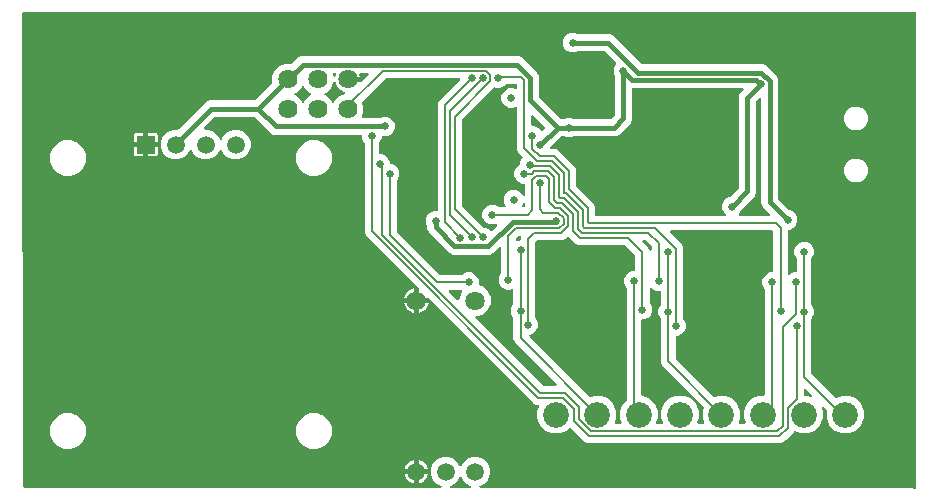
<source format=gbr>
G04 EAGLE Gerber RS-274X export*
G75*
%MOMM*%
%FSLAX34Y34*%
%LPD*%
%INBottom Copper*%
%IPPOS*%
%AMOC8*
5,1,8,0,0,1.08239X$1,22.5*%
G01*
%ADD10C,1.625600*%
%ADD11C,2.184400*%
%ADD12R,1.508000X1.508000*%
%ADD13C,1.508000*%
%ADD14C,1.638300*%
%ADD15C,1.498600*%
%ADD16C,0.654800*%
%ADD17C,0.203200*%
%ADD18C,0.406400*%

G36*
X753087Y228992D02*
X753087Y228992D01*
X753116Y228991D01*
X753226Y229020D01*
X753337Y229042D01*
X753363Y229056D01*
X753391Y229063D01*
X753489Y229121D01*
X753589Y229173D01*
X753611Y229194D01*
X753636Y229209D01*
X753713Y229291D01*
X753795Y229369D01*
X753810Y229394D01*
X753830Y229416D01*
X753882Y229517D01*
X753939Y229614D01*
X753946Y229643D01*
X753960Y229669D01*
X753973Y229746D01*
X754009Y229890D01*
X754007Y229952D01*
X754015Y230000D01*
X754015Y632000D01*
X754007Y632058D01*
X754009Y632116D01*
X753987Y632198D01*
X753975Y632282D01*
X753952Y632335D01*
X753937Y632391D01*
X753894Y632464D01*
X753859Y632541D01*
X753821Y632586D01*
X753792Y632636D01*
X753730Y632694D01*
X753676Y632758D01*
X753627Y632790D01*
X753584Y632830D01*
X753509Y632869D01*
X753439Y632916D01*
X753383Y632933D01*
X753331Y632960D01*
X753263Y632971D01*
X753168Y633001D01*
X753068Y633004D01*
X753000Y633015D01*
X-1887Y633015D01*
X-1946Y633007D01*
X-2006Y633008D01*
X-2086Y632987D01*
X-2169Y632975D01*
X-2223Y632951D01*
X-2281Y632936D01*
X-2352Y632893D01*
X-2428Y632859D01*
X-2474Y632821D01*
X-2525Y632790D01*
X-2582Y632729D01*
X-2645Y632676D01*
X-2678Y632626D01*
X-2719Y632582D01*
X-2757Y632508D01*
X-2803Y632439D01*
X-2821Y632382D01*
X-2848Y632329D01*
X-2859Y632261D01*
X-2889Y632168D01*
X-2891Y632066D01*
X-2902Y631998D01*
X-1941Y230998D01*
X-1933Y230943D01*
X-1934Y230899D01*
X-1934Y230897D01*
X-1934Y230884D01*
X-1913Y230801D01*
X-1900Y230716D01*
X-1877Y230664D01*
X-1862Y230609D01*
X-1819Y230535D01*
X-1783Y230457D01*
X-1746Y230413D01*
X-1717Y230364D01*
X-1655Y230306D01*
X-1599Y230240D01*
X-1552Y230209D01*
X-1510Y230170D01*
X-1434Y230131D01*
X-1362Y230083D01*
X-1308Y230066D01*
X-1257Y230040D01*
X-1188Y230029D01*
X-1091Y229998D01*
X-993Y229996D01*
X-926Y229985D01*
X351089Y229985D01*
X351174Y229997D01*
X351260Y229999D01*
X351314Y230017D01*
X351370Y230025D01*
X351449Y230060D01*
X351531Y230086D01*
X351578Y230118D01*
X351630Y230141D01*
X351695Y230196D01*
X351767Y230244D01*
X351803Y230288D01*
X351847Y230325D01*
X351894Y230396D01*
X351950Y230462D01*
X351973Y230514D01*
X352004Y230561D01*
X352030Y230643D01*
X352065Y230722D01*
X352073Y230778D01*
X352090Y230832D01*
X352092Y230918D01*
X352104Y231003D01*
X352096Y231059D01*
X352097Y231116D01*
X352076Y231199D01*
X352063Y231285D01*
X352040Y231336D01*
X352026Y231391D01*
X351982Y231465D01*
X351946Y231544D01*
X351909Y231587D01*
X351880Y231636D01*
X351818Y231695D01*
X351762Y231760D01*
X351720Y231786D01*
X351673Y231830D01*
X351544Y231896D01*
X351477Y231938D01*
X348478Y233181D01*
X344941Y236717D01*
X343026Y241339D01*
X343026Y246341D01*
X344941Y250963D01*
X348477Y254499D01*
X353099Y256414D01*
X358101Y256414D01*
X362723Y254499D01*
X366259Y250962D01*
X367108Y248914D01*
X367123Y248889D01*
X367132Y248861D01*
X367195Y248766D01*
X367253Y248669D01*
X367274Y248649D01*
X367290Y248625D01*
X367377Y248552D01*
X367459Y248474D01*
X367485Y248460D01*
X367508Y248442D01*
X367611Y248395D01*
X367712Y248344D01*
X367741Y248338D01*
X367768Y248326D01*
X367880Y248311D01*
X367991Y248289D01*
X368020Y248291D01*
X368049Y248287D01*
X368161Y248303D01*
X368274Y248313D01*
X368301Y248324D01*
X368330Y248328D01*
X368434Y248374D01*
X368539Y248415D01*
X368563Y248433D01*
X368590Y248445D01*
X368676Y248518D01*
X368766Y248587D01*
X368784Y248610D01*
X368806Y248629D01*
X368848Y248696D01*
X368936Y248814D01*
X368958Y248873D01*
X368984Y248914D01*
X369833Y250963D01*
X373369Y254499D01*
X377991Y256414D01*
X382993Y256414D01*
X387615Y254499D01*
X391151Y250963D01*
X393066Y246341D01*
X393066Y241339D01*
X391151Y236717D01*
X387614Y233181D01*
X384615Y231938D01*
X384541Y231894D01*
X384462Y231859D01*
X384419Y231822D01*
X384370Y231793D01*
X384311Y231731D01*
X384245Y231676D01*
X384214Y231628D01*
X384175Y231587D01*
X384135Y231510D01*
X384088Y231439D01*
X384070Y231385D01*
X384044Y231334D01*
X384028Y231250D01*
X384002Y231168D01*
X384000Y231111D01*
X383989Y231055D01*
X383997Y230970D01*
X383995Y230884D01*
X384009Y230829D01*
X384014Y230772D01*
X384045Y230692D01*
X384066Y230609D01*
X384095Y230560D01*
X384116Y230507D01*
X384168Y230438D01*
X384212Y230364D01*
X384253Y230325D01*
X384288Y230280D01*
X384356Y230229D01*
X384419Y230170D01*
X384470Y230144D01*
X384515Y230110D01*
X384596Y230079D01*
X384672Y230040D01*
X384721Y230032D01*
X384781Y230009D01*
X384926Y229998D01*
X385003Y229985D01*
X751580Y229985D01*
X752282Y229282D01*
X752306Y229265D01*
X752325Y229242D01*
X752419Y229179D01*
X752509Y229111D01*
X752537Y229101D01*
X752561Y229085D01*
X752669Y229050D01*
X752775Y229010D01*
X752804Y229008D01*
X752832Y228999D01*
X752946Y228996D01*
X753058Y228986D01*
X753087Y228992D01*
G37*
%LPC*%
G36*
X475317Y267969D02*
X475317Y267969D01*
X473076Y268897D01*
X471219Y270755D01*
X461470Y280503D01*
X461424Y280538D01*
X461384Y280581D01*
X461311Y280624D01*
X461243Y280674D01*
X461189Y280695D01*
X461138Y280725D01*
X461057Y280745D01*
X460978Y280776D01*
X460919Y280780D01*
X460863Y280795D01*
X460778Y280792D01*
X460694Y280799D01*
X460637Y280788D01*
X460579Y280786D01*
X460498Y280760D01*
X460416Y280743D01*
X460364Y280716D01*
X460308Y280698D01*
X460252Y280658D01*
X460163Y280612D01*
X460091Y280543D01*
X460035Y280503D01*
X458065Y278534D01*
X452183Y276097D01*
X445817Y276097D01*
X439935Y278534D01*
X435434Y283035D01*
X432997Y288917D01*
X432997Y295283D01*
X434487Y298880D01*
X434516Y298991D01*
X434550Y299101D01*
X434551Y299128D01*
X434558Y299155D01*
X434555Y299270D01*
X434558Y299385D01*
X434551Y299412D01*
X434550Y299439D01*
X434515Y299549D01*
X434486Y299660D01*
X434472Y299684D01*
X434463Y299710D01*
X434399Y299806D01*
X434341Y299904D01*
X434320Y299923D01*
X434305Y299946D01*
X434217Y300020D01*
X434133Y300099D01*
X434109Y300112D01*
X434087Y300129D01*
X433983Y300176D01*
X433880Y300228D01*
X433856Y300232D01*
X433828Y300245D01*
X433564Y300281D01*
X433549Y300284D01*
X432624Y300284D01*
X430383Y301212D01*
X341241Y390354D01*
X341171Y390406D01*
X341107Y390466D01*
X341058Y390492D01*
X341014Y390525D01*
X340932Y390556D01*
X340854Y390596D01*
X340807Y390604D01*
X340748Y390626D01*
X340600Y390638D01*
X340523Y390651D01*
X332739Y390651D01*
X332739Y398435D01*
X332727Y398522D01*
X332724Y398609D01*
X332707Y398662D01*
X332699Y398717D01*
X332664Y398796D01*
X332637Y398880D01*
X332609Y398919D01*
X332583Y398976D01*
X332487Y399089D01*
X332442Y399153D01*
X287831Y443763D01*
X286903Y446004D01*
X286903Y521861D01*
X286891Y521947D01*
X286888Y522035D01*
X286871Y522088D01*
X286863Y522142D01*
X286828Y522222D01*
X286801Y522305D01*
X286773Y522345D01*
X286747Y522402D01*
X286651Y522515D01*
X286606Y522579D01*
X285917Y523267D01*
X284645Y526338D01*
X284645Y527872D01*
X284637Y527930D01*
X284639Y527988D01*
X284617Y528070D01*
X284605Y528154D01*
X284582Y528207D01*
X284567Y528263D01*
X284524Y528336D01*
X284489Y528413D01*
X284451Y528458D01*
X284422Y528508D01*
X284360Y528566D01*
X284306Y528630D01*
X284257Y528662D01*
X284214Y528702D01*
X284139Y528741D01*
X284069Y528788D01*
X284013Y528805D01*
X283961Y528832D01*
X283893Y528843D01*
X283798Y528873D01*
X283698Y528876D01*
X283630Y528887D01*
X210485Y528887D01*
X207871Y529970D01*
X194251Y543590D01*
X194181Y543642D01*
X194117Y543702D01*
X194068Y543728D01*
X194024Y543761D01*
X193942Y543792D01*
X193864Y543832D01*
X193817Y543840D01*
X193758Y543862D01*
X193611Y543874D01*
X193533Y543887D01*
X160367Y543887D01*
X160280Y543875D01*
X160193Y543872D01*
X160140Y543855D01*
X160085Y543847D01*
X160005Y543812D01*
X159922Y543785D01*
X159883Y543757D01*
X159826Y543731D01*
X159713Y543635D01*
X159649Y543590D01*
X151113Y535054D01*
X151095Y535030D01*
X151073Y535011D01*
X151010Y534917D01*
X150942Y534827D01*
X150931Y534799D01*
X150915Y534775D01*
X150881Y534667D01*
X150841Y534561D01*
X150838Y534532D01*
X150829Y534504D01*
X150826Y534390D01*
X150817Y534278D01*
X150823Y534249D01*
X150822Y534220D01*
X150851Y534110D01*
X150873Y533999D01*
X150887Y533973D01*
X150894Y533945D01*
X150952Y533847D01*
X151004Y533747D01*
X151024Y533725D01*
X151039Y533700D01*
X151122Y533623D01*
X151200Y533541D01*
X151225Y533526D01*
X151246Y533506D01*
X151347Y533454D01*
X151445Y533397D01*
X151473Y533390D01*
X151500Y533376D01*
X151577Y533363D01*
X151721Y533327D01*
X151783Y533329D01*
X151831Y533321D01*
X154910Y533321D01*
X159549Y531399D01*
X163099Y527849D01*
X164162Y525284D01*
X164177Y525258D01*
X164186Y525230D01*
X164249Y525136D01*
X164307Y525039D01*
X164328Y525019D01*
X164344Y524994D01*
X164431Y524921D01*
X164513Y524844D01*
X164539Y524830D01*
X164562Y524811D01*
X164665Y524765D01*
X164766Y524713D01*
X164795Y524708D01*
X164822Y524696D01*
X164934Y524680D01*
X165045Y524658D01*
X165074Y524661D01*
X165103Y524657D01*
X165215Y524673D01*
X165328Y524683D01*
X165355Y524693D01*
X165384Y524697D01*
X165488Y524744D01*
X165593Y524785D01*
X165617Y524803D01*
X165644Y524815D01*
X165730Y524888D01*
X165820Y524956D01*
X165838Y524980D01*
X165860Y524999D01*
X165901Y525065D01*
X165990Y525184D01*
X166012Y525243D01*
X166038Y525284D01*
X167101Y527849D01*
X170651Y531399D01*
X175290Y533321D01*
X180310Y533321D01*
X184949Y531399D01*
X188499Y527849D01*
X190421Y523210D01*
X190421Y518190D01*
X188499Y513551D01*
X184949Y510001D01*
X180310Y508079D01*
X175290Y508079D01*
X170651Y510001D01*
X167101Y513551D01*
X166038Y516116D01*
X166023Y516142D01*
X166014Y516170D01*
X165951Y516264D01*
X165893Y516361D01*
X165872Y516381D01*
X165856Y516406D01*
X165769Y516479D01*
X165687Y516556D01*
X165661Y516570D01*
X165638Y516589D01*
X165535Y516635D01*
X165434Y516687D01*
X165405Y516692D01*
X165378Y516704D01*
X165266Y516720D01*
X165155Y516742D01*
X165126Y516739D01*
X165097Y516743D01*
X164985Y516727D01*
X164872Y516717D01*
X164845Y516707D01*
X164815Y516703D01*
X164712Y516656D01*
X164607Y516615D01*
X164583Y516598D01*
X164556Y516585D01*
X164470Y516512D01*
X164380Y516444D01*
X164362Y516420D01*
X164340Y516401D01*
X164298Y516335D01*
X164210Y516216D01*
X164188Y516157D01*
X164162Y516116D01*
X163099Y513551D01*
X159549Y510001D01*
X154910Y508079D01*
X149890Y508079D01*
X145251Y510001D01*
X141701Y513551D01*
X140638Y516116D01*
X140623Y516142D01*
X140614Y516170D01*
X140551Y516264D01*
X140493Y516361D01*
X140472Y516381D01*
X140456Y516406D01*
X140369Y516479D01*
X140287Y516556D01*
X140261Y516570D01*
X140238Y516589D01*
X140135Y516635D01*
X140034Y516687D01*
X140005Y516692D01*
X139978Y516704D01*
X139866Y516720D01*
X139755Y516742D01*
X139726Y516739D01*
X139697Y516743D01*
X139585Y516727D01*
X139472Y516717D01*
X139445Y516707D01*
X139415Y516703D01*
X139312Y516656D01*
X139207Y516615D01*
X139183Y516598D01*
X139156Y516585D01*
X139070Y516512D01*
X138980Y516444D01*
X138962Y516420D01*
X138940Y516401D01*
X138898Y516335D01*
X138810Y516216D01*
X138788Y516157D01*
X138762Y516116D01*
X137699Y513551D01*
X134149Y510001D01*
X129510Y508079D01*
X124490Y508079D01*
X119851Y510001D01*
X116301Y513551D01*
X114379Y518190D01*
X114379Y523210D01*
X116301Y527849D01*
X119851Y531399D01*
X124490Y533321D01*
X128841Y533321D01*
X128928Y533333D01*
X129015Y533336D01*
X129068Y533353D01*
X129123Y533361D01*
X129203Y533396D01*
X129286Y533423D01*
X129325Y533451D01*
X129382Y533477D01*
X129495Y533573D01*
X129559Y533618D01*
X152971Y557030D01*
X155585Y558113D01*
X193533Y558113D01*
X193620Y558125D01*
X193707Y558128D01*
X193760Y558145D01*
X193815Y558153D01*
X193895Y558188D01*
X193978Y558215D01*
X194017Y558243D01*
X194074Y558269D01*
X194187Y558365D01*
X194251Y558410D01*
X208294Y572453D01*
X208306Y572469D01*
X208318Y572479D01*
X208348Y572524D01*
X208406Y572587D01*
X208432Y572636D01*
X208465Y572680D01*
X208496Y572762D01*
X208536Y572840D01*
X208544Y572887D01*
X208566Y572946D01*
X208578Y573093D01*
X208591Y573171D01*
X208591Y578527D01*
X210602Y583382D01*
X214318Y587098D01*
X219173Y589109D01*
X224629Y589109D01*
X224716Y589121D01*
X224803Y589124D01*
X224856Y589141D01*
X224911Y589149D01*
X224991Y589184D01*
X225074Y589211D01*
X225113Y589239D01*
X225170Y589265D01*
X225283Y589361D01*
X225347Y589406D01*
X230373Y594432D01*
X232987Y595515D01*
X417197Y595515D01*
X419811Y594432D01*
X433110Y581133D01*
X434193Y578519D01*
X434193Y561609D01*
X434205Y561522D01*
X434208Y561435D01*
X434225Y561382D01*
X434233Y561327D01*
X434268Y561247D01*
X434295Y561164D01*
X434323Y561125D01*
X434349Y561068D01*
X434445Y560955D01*
X434490Y560891D01*
X452971Y542410D01*
X453041Y542358D01*
X453105Y542298D01*
X453154Y542272D01*
X453198Y542239D01*
X453280Y542208D01*
X453358Y542168D01*
X453405Y542160D01*
X453464Y542138D01*
X453611Y542126D01*
X453689Y542113D01*
X455138Y542113D01*
X455168Y542117D01*
X455199Y542115D01*
X455276Y542132D01*
X455419Y542153D01*
X455478Y542179D01*
X455526Y542190D01*
X458338Y543355D01*
X461662Y543355D01*
X464474Y542190D01*
X464504Y542182D01*
X464531Y542168D01*
X464609Y542155D01*
X464749Y542119D01*
X464813Y542121D01*
X464862Y542113D01*
X494633Y542113D01*
X494720Y542125D01*
X494807Y542128D01*
X494860Y542145D01*
X494915Y542153D01*
X494995Y542188D01*
X495078Y542215D01*
X495117Y542243D01*
X495174Y542269D01*
X495287Y542365D01*
X495351Y542410D01*
X498590Y545649D01*
X498642Y545719D01*
X498702Y545783D01*
X498728Y545832D01*
X498761Y545876D01*
X498792Y545958D01*
X498832Y546036D01*
X498840Y546083D01*
X498862Y546142D01*
X498874Y546289D01*
X498887Y546367D01*
X498887Y578138D01*
X498883Y578168D01*
X498885Y578199D01*
X498868Y578276D01*
X498847Y578419D01*
X498821Y578478D01*
X498810Y578526D01*
X497645Y581338D01*
X497645Y584662D01*
X498917Y587733D01*
X499845Y588660D01*
X499880Y588707D01*
X499923Y588747D01*
X499965Y588820D01*
X500016Y588888D01*
X500037Y588942D01*
X500066Y588993D01*
X500087Y589074D01*
X500117Y589153D01*
X500122Y589212D01*
X500136Y589268D01*
X500134Y589352D01*
X500141Y589437D01*
X500129Y589494D01*
X500127Y589552D01*
X500101Y589633D01*
X500085Y589715D01*
X500058Y589767D01*
X500040Y589823D01*
X500000Y589879D01*
X499954Y589968D01*
X499912Y590012D01*
X499898Y590034D01*
X499870Y590061D01*
X499845Y590096D01*
X490351Y599590D01*
X490281Y599642D01*
X490217Y599702D01*
X490168Y599728D01*
X490124Y599761D01*
X490042Y599792D01*
X489964Y599832D01*
X489917Y599840D01*
X489858Y599862D01*
X489711Y599874D01*
X489633Y599887D01*
X467862Y599887D01*
X467832Y599883D01*
X467801Y599885D01*
X467724Y599868D01*
X467581Y599847D01*
X467522Y599821D01*
X467474Y599810D01*
X464662Y598645D01*
X461338Y598645D01*
X458267Y599917D01*
X455917Y602267D01*
X454645Y605338D01*
X454645Y608662D01*
X455917Y611733D01*
X458267Y614083D01*
X461338Y615355D01*
X464662Y615355D01*
X467474Y614190D01*
X467504Y614182D01*
X467531Y614168D01*
X467609Y614155D01*
X467749Y614119D01*
X467813Y614121D01*
X467862Y614113D01*
X494415Y614113D01*
X497029Y613030D01*
X521023Y589036D01*
X521093Y588983D01*
X521157Y588923D01*
X521206Y588898D01*
X521250Y588865D01*
X521332Y588834D01*
X521410Y588794D01*
X521458Y588786D01*
X521516Y588764D01*
X521664Y588751D01*
X521741Y588738D01*
X624167Y588738D01*
X626781Y587656D01*
X633695Y580742D01*
X635838Y578598D01*
X636921Y575984D01*
X636921Y475558D01*
X636933Y475472D01*
X636936Y475384D01*
X636953Y475332D01*
X636961Y475277D01*
X636997Y475197D01*
X637024Y475114D01*
X637052Y475075D01*
X637077Y475017D01*
X637173Y474904D01*
X637218Y474840D01*
X646591Y465468D01*
X646616Y465449D01*
X646636Y465425D01*
X646703Y465384D01*
X646819Y465297D01*
X646879Y465274D01*
X646921Y465248D01*
X649733Y464083D01*
X652083Y461733D01*
X653355Y458662D01*
X653355Y455338D01*
X652083Y452267D01*
X649733Y449917D01*
X646662Y448645D01*
X646112Y448645D01*
X646054Y448637D01*
X645996Y448639D01*
X645914Y448617D01*
X645830Y448605D01*
X645777Y448582D01*
X645721Y448567D01*
X645648Y448524D01*
X645571Y448489D01*
X645526Y448451D01*
X645476Y448422D01*
X645418Y448360D01*
X645354Y448306D01*
X645322Y448257D01*
X645282Y448214D01*
X645243Y448139D01*
X645196Y448069D01*
X645179Y448013D01*
X645152Y447961D01*
X645141Y447893D01*
X645111Y447798D01*
X645108Y447698D01*
X645097Y447630D01*
X645097Y411363D01*
X645101Y411334D01*
X645098Y411305D01*
X645121Y411194D01*
X645137Y411082D01*
X645149Y411055D01*
X645154Y411026D01*
X645207Y410925D01*
X645253Y410822D01*
X645272Y410800D01*
X645285Y410774D01*
X645363Y410692D01*
X645436Y410605D01*
X645461Y410589D01*
X645481Y410568D01*
X645579Y410510D01*
X645673Y410448D01*
X645701Y410439D01*
X645726Y410424D01*
X645836Y410396D01*
X645944Y410362D01*
X645974Y410361D01*
X646002Y410354D01*
X646115Y410357D01*
X646228Y410355D01*
X646257Y410362D01*
X646286Y410363D01*
X646394Y410398D01*
X646503Y410426D01*
X646529Y410441D01*
X646557Y410450D01*
X646621Y410496D01*
X646748Y410572D01*
X646791Y410617D01*
X646830Y410645D01*
X647267Y411083D01*
X650338Y412355D01*
X651888Y412355D01*
X651946Y412363D01*
X652004Y412361D01*
X652086Y412383D01*
X652170Y412395D01*
X652223Y412418D01*
X652279Y412433D01*
X652352Y412476D01*
X652429Y412511D01*
X652474Y412549D01*
X652524Y412578D01*
X652582Y412640D01*
X652646Y412694D01*
X652678Y412743D01*
X652718Y412786D01*
X652757Y412861D01*
X652804Y412931D01*
X652821Y412987D01*
X652848Y413039D01*
X652859Y413107D01*
X652889Y413202D01*
X652892Y413302D01*
X652903Y413370D01*
X652903Y423861D01*
X652891Y423947D01*
X652888Y424035D01*
X652871Y424088D01*
X652863Y424142D01*
X652828Y424222D01*
X652801Y424305D01*
X652773Y424345D01*
X652747Y424402D01*
X652651Y424515D01*
X652629Y424547D01*
X652628Y424549D01*
X652627Y424549D01*
X652606Y424579D01*
X651917Y425267D01*
X650645Y428338D01*
X650645Y431662D01*
X651917Y434733D01*
X654267Y437083D01*
X657338Y438355D01*
X660662Y438355D01*
X663733Y437083D01*
X666083Y434733D01*
X667355Y431662D01*
X667355Y428338D01*
X666083Y425267D01*
X665394Y424579D01*
X665342Y424509D01*
X665282Y424445D01*
X665256Y424396D01*
X665223Y424352D01*
X665192Y424270D01*
X665152Y424192D01*
X665144Y424144D01*
X665122Y424086D01*
X665110Y423938D01*
X665097Y423861D01*
X665097Y385139D01*
X665109Y385053D01*
X665112Y384965D01*
X665129Y384912D01*
X665137Y384858D01*
X665172Y384778D01*
X665199Y384695D01*
X665227Y384655D01*
X665253Y384598D01*
X665349Y384485D01*
X665394Y384421D01*
X666083Y383733D01*
X667355Y380662D01*
X667355Y377338D01*
X666083Y374267D01*
X665394Y373579D01*
X665342Y373509D01*
X665282Y373445D01*
X665256Y373396D01*
X665223Y373352D01*
X665192Y373270D01*
X665152Y373192D01*
X665144Y373144D01*
X665122Y373086D01*
X665110Y372938D01*
X665097Y372861D01*
X665097Y326946D01*
X665109Y326859D01*
X665112Y326772D01*
X665129Y326719D01*
X665137Y326664D01*
X665172Y326585D01*
X665199Y326501D01*
X665227Y326462D01*
X665253Y326405D01*
X665349Y326292D01*
X665394Y326228D01*
X685177Y306445D01*
X685178Y306444D01*
X685179Y306443D01*
X685293Y306358D01*
X685404Y306274D01*
X685406Y306274D01*
X685407Y306273D01*
X685539Y306223D01*
X685670Y306173D01*
X685672Y306173D01*
X685673Y306172D01*
X685817Y306161D01*
X685953Y306149D01*
X685955Y306150D01*
X685956Y306149D01*
X685972Y306153D01*
X686232Y306205D01*
X686259Y306219D01*
X686283Y306225D01*
X690817Y308103D01*
X697183Y308103D01*
X703065Y305666D01*
X707566Y301165D01*
X710003Y295283D01*
X710003Y288917D01*
X707566Y283035D01*
X703065Y278534D01*
X697183Y276097D01*
X690817Y276097D01*
X684935Y278534D01*
X680434Y283035D01*
X677997Y288917D01*
X677997Y295283D01*
X678059Y295432D01*
X678060Y295434D01*
X678060Y295435D01*
X678095Y295571D01*
X678130Y295708D01*
X678130Y295709D01*
X678130Y295711D01*
X678126Y295851D01*
X678122Y295992D01*
X678121Y295993D01*
X678121Y295995D01*
X678078Y296128D01*
X678035Y296263D01*
X678034Y296264D01*
X678034Y296266D01*
X678025Y296278D01*
X677877Y296499D01*
X677854Y296519D01*
X677839Y296539D01*
X675718Y298660D01*
X675650Y298711D01*
X675587Y298770D01*
X675537Y298796D01*
X675491Y298831D01*
X675411Y298861D01*
X675334Y298900D01*
X675279Y298911D01*
X675225Y298932D01*
X675140Y298939D01*
X675056Y298956D01*
X674999Y298951D01*
X674942Y298955D01*
X674858Y298938D01*
X674772Y298931D01*
X674719Y298911D01*
X674663Y298899D01*
X674587Y298860D01*
X674507Y298829D01*
X674462Y298795D01*
X674411Y298768D01*
X674349Y298709D01*
X674280Y298657D01*
X674246Y298612D01*
X674205Y298573D01*
X674161Y298498D01*
X674110Y298430D01*
X674090Y298376D01*
X674061Y298327D01*
X674040Y298244D01*
X674010Y298164D01*
X674005Y298107D01*
X673991Y298052D01*
X673994Y297966D01*
X673987Y297880D01*
X673998Y297832D01*
X674000Y297768D01*
X674045Y297630D01*
X674062Y297553D01*
X675003Y295283D01*
X675003Y288917D01*
X672566Y283035D01*
X668065Y278534D01*
X662183Y276097D01*
X655817Y276097D01*
X651425Y277916D01*
X651423Y277917D01*
X651422Y277918D01*
X651290Y277951D01*
X651150Y277987D01*
X651148Y277987D01*
X651146Y277988D01*
X651006Y277983D01*
X650865Y277979D01*
X650864Y277979D01*
X650862Y277979D01*
X650730Y277936D01*
X650595Y277893D01*
X650593Y277892D01*
X650592Y277891D01*
X650580Y277883D01*
X650359Y277734D01*
X650339Y277711D01*
X650318Y277696D01*
X643377Y270755D01*
X641520Y268897D01*
X639279Y267969D01*
X475317Y267969D01*
G37*
%LPD*%
G36*
X591630Y460137D02*
X591630Y460137D01*
X591659Y460134D01*
X591770Y460157D01*
X591882Y460173D01*
X591909Y460185D01*
X591938Y460190D01*
X592039Y460243D01*
X592142Y460289D01*
X592164Y460308D01*
X592190Y460321D01*
X592272Y460399D01*
X592359Y460473D01*
X592375Y460497D01*
X592396Y460517D01*
X592453Y460615D01*
X592516Y460709D01*
X592525Y460737D01*
X592540Y460762D01*
X592568Y460872D01*
X592602Y460980D01*
X592603Y461010D01*
X592610Y461038D01*
X592606Y461151D01*
X592609Y461264D01*
X592602Y461293D01*
X592601Y461322D01*
X592566Y461430D01*
X592538Y461539D01*
X592523Y461565D01*
X592514Y461593D01*
X592468Y461657D01*
X592392Y461784D01*
X592347Y461827D01*
X592319Y461866D01*
X590917Y463267D01*
X589645Y466338D01*
X589645Y469662D01*
X590917Y472733D01*
X593267Y475083D01*
X596079Y476248D01*
X596106Y476263D01*
X596135Y476273D01*
X596199Y476318D01*
X596324Y476392D01*
X596368Y476439D01*
X596409Y476468D01*
X603590Y483649D01*
X603642Y483719D01*
X603702Y483783D01*
X603728Y483832D01*
X603761Y483876D01*
X603792Y483958D01*
X603832Y484036D01*
X603840Y484083D01*
X603862Y484142D01*
X603874Y484289D01*
X603887Y484367D01*
X603887Y561474D01*
X604970Y564088D01*
X607566Y566684D01*
X607583Y566707D01*
X607606Y566726D01*
X607668Y566820D01*
X607736Y566911D01*
X607747Y566938D01*
X607763Y566963D01*
X607797Y567071D01*
X607838Y567177D01*
X607840Y567206D01*
X607849Y567234D01*
X607852Y567347D01*
X607861Y567460D01*
X607855Y567489D01*
X607856Y567518D01*
X607828Y567628D01*
X607805Y567739D01*
X607792Y567765D01*
X607784Y567793D01*
X607727Y567890D01*
X607674Y567991D01*
X607654Y568012D01*
X607639Y568037D01*
X607557Y568115D01*
X607479Y568197D01*
X607453Y568212D01*
X607432Y568232D01*
X607331Y568284D01*
X607233Y568341D01*
X607205Y568348D01*
X607179Y568361D01*
X607101Y568374D01*
X606958Y568411D01*
X606895Y568409D01*
X606848Y568417D01*
X514128Y568417D01*
X514070Y568409D01*
X514012Y568410D01*
X513930Y568389D01*
X513846Y568377D01*
X513793Y568353D01*
X513737Y568338D01*
X513664Y568295D01*
X513587Y568261D01*
X513542Y568223D01*
X513492Y568193D01*
X513434Y568132D01*
X513370Y568077D01*
X513338Y568029D01*
X513298Y567986D01*
X513259Y567911D01*
X513212Y567841D01*
X513195Y567785D01*
X513168Y567733D01*
X513157Y567665D01*
X513127Y567570D01*
X513124Y567470D01*
X513113Y567402D01*
X513113Y541585D01*
X512030Y538971D01*
X502029Y528970D01*
X499415Y527887D01*
X464862Y527887D01*
X464832Y527883D01*
X464801Y527885D01*
X464724Y527868D01*
X464581Y527847D01*
X464522Y527821D01*
X464474Y527810D01*
X461662Y526645D01*
X458338Y526645D01*
X455526Y527810D01*
X455496Y527818D01*
X455469Y527832D01*
X455391Y527845D01*
X455251Y527881D01*
X455187Y527879D01*
X455138Y527887D01*
X453689Y527887D01*
X453602Y527875D01*
X453515Y527872D01*
X453462Y527855D01*
X453407Y527847D01*
X453327Y527812D01*
X453244Y527785D01*
X453205Y527757D01*
X453148Y527731D01*
X453035Y527635D01*
X452971Y527590D01*
X443790Y518409D01*
X443773Y518387D01*
X443753Y518370D01*
X443751Y518367D01*
X443749Y518365D01*
X443689Y518274D01*
X443619Y518182D01*
X443608Y518153D01*
X443592Y518129D01*
X443584Y518104D01*
X443572Y518086D01*
X443549Y517999D01*
X443517Y517916D01*
X443515Y517887D01*
X443506Y517858D01*
X443505Y517834D01*
X443499Y517811D01*
X443501Y517718D01*
X443494Y517633D01*
X443499Y517605D01*
X443499Y517574D01*
X443505Y517550D01*
X443505Y517527D01*
X443533Y517436D01*
X443550Y517354D01*
X443562Y517330D01*
X443570Y517299D01*
X443583Y517278D01*
X443590Y517255D01*
X443643Y517175D01*
X443681Y517101D01*
X443699Y517083D01*
X443716Y517054D01*
X443733Y517038D01*
X443746Y517018D01*
X443820Y516955D01*
X443877Y516895D01*
X443899Y516882D01*
X443923Y516860D01*
X443944Y516849D01*
X443962Y516833D01*
X444052Y516793D01*
X444122Y516752D01*
X444146Y516745D01*
X444176Y516730D01*
X444197Y516727D01*
X444221Y516716D01*
X444319Y516702D01*
X444397Y516682D01*
X444445Y516683D01*
X444503Y516675D01*
X444505Y516675D01*
X444507Y516675D01*
X448565Y516675D01*
X450806Y515747D01*
X464747Y501806D01*
X465675Y499565D01*
X465675Y486045D01*
X465687Y485959D01*
X465690Y485871D01*
X465707Y485819D01*
X465715Y485764D01*
X465750Y485684D01*
X465777Y485601D01*
X465805Y485562D01*
X465831Y485505D01*
X465927Y485391D01*
X465972Y485328D01*
X481169Y470131D01*
X482097Y467890D01*
X482097Y461148D01*
X482105Y461090D01*
X482103Y461032D01*
X482125Y460950D01*
X482137Y460867D01*
X482160Y460813D01*
X482175Y460757D01*
X482218Y460684D01*
X482253Y460607D01*
X482291Y460562D01*
X482320Y460512D01*
X482382Y460454D01*
X482436Y460390D01*
X482485Y460358D01*
X482528Y460318D01*
X482603Y460279D01*
X482673Y460233D01*
X482729Y460215D01*
X482781Y460188D01*
X482849Y460177D01*
X482944Y460147D01*
X483044Y460144D01*
X483112Y460133D01*
X591601Y460133D01*
X591630Y460137D01*
G37*
G36*
X608534Y284243D02*
X608534Y284243D01*
X608649Y284253D01*
X608675Y284263D01*
X608702Y284267D01*
X608807Y284314D01*
X608914Y284355D01*
X608936Y284371D01*
X608961Y284383D01*
X609049Y284457D01*
X609141Y284526D01*
X609157Y284549D01*
X609178Y284566D01*
X609242Y284662D01*
X609311Y284754D01*
X609321Y284780D01*
X609336Y284803D01*
X609371Y284913D01*
X609411Y285020D01*
X609413Y285048D01*
X609422Y285074D01*
X609425Y285189D01*
X609434Y285303D01*
X609428Y285328D01*
X609429Y285358D01*
X609362Y285615D01*
X609359Y285631D01*
X607997Y288917D01*
X607997Y295283D01*
X610434Y301165D01*
X614935Y305666D01*
X620817Y308103D01*
X624888Y308103D01*
X624946Y308111D01*
X625004Y308109D01*
X625086Y308131D01*
X625170Y308143D01*
X625223Y308166D01*
X625279Y308181D01*
X625352Y308224D01*
X625429Y308259D01*
X625474Y308297D01*
X625524Y308326D01*
X625582Y308388D01*
X625646Y308442D01*
X625678Y308491D01*
X625718Y308534D01*
X625757Y308609D01*
X625804Y308679D01*
X625821Y308735D01*
X625848Y308787D01*
X625859Y308855D01*
X625889Y308950D01*
X625892Y309050D01*
X625903Y309118D01*
X625903Y397861D01*
X625891Y397947D01*
X625888Y398035D01*
X625871Y398088D01*
X625863Y398142D01*
X625828Y398222D01*
X625801Y398305D01*
X625773Y398345D01*
X625747Y398402D01*
X625651Y398515D01*
X625606Y398579D01*
X624917Y399267D01*
X623645Y402338D01*
X623645Y405662D01*
X624917Y408733D01*
X627267Y411083D01*
X630338Y412355D01*
X631888Y412355D01*
X631946Y412363D01*
X632004Y412361D01*
X632086Y412383D01*
X632170Y412395D01*
X632223Y412418D01*
X632279Y412433D01*
X632352Y412476D01*
X632429Y412511D01*
X632474Y412549D01*
X632524Y412578D01*
X632582Y412640D01*
X632646Y412694D01*
X632678Y412743D01*
X632718Y412786D01*
X632757Y412861D01*
X632804Y412931D01*
X632821Y412987D01*
X632848Y413039D01*
X632859Y413107D01*
X632889Y413202D01*
X632892Y413302D01*
X632903Y413370D01*
X632903Y446924D01*
X632895Y446982D01*
X632897Y447040D01*
X632875Y447122D01*
X632863Y447206D01*
X632840Y447259D01*
X632825Y447315D01*
X632782Y447388D01*
X632747Y447465D01*
X632709Y447510D01*
X632680Y447560D01*
X632618Y447618D01*
X632564Y447682D01*
X632515Y447714D01*
X632472Y447754D01*
X632397Y447793D01*
X632327Y447840D01*
X632271Y447857D01*
X632219Y447884D01*
X632151Y447895D01*
X632056Y447925D01*
X631956Y447928D01*
X631888Y447939D01*
X546074Y447939D01*
X546045Y447935D01*
X546016Y447938D01*
X545905Y447915D01*
X545793Y447900D01*
X545766Y447888D01*
X545737Y447882D01*
X545637Y447830D01*
X545534Y447783D01*
X545511Y447764D01*
X545485Y447751D01*
X545403Y447673D01*
X545317Y447600D01*
X545300Y447575D01*
X545279Y447555D01*
X545222Y447457D01*
X545159Y447363D01*
X545150Y447335D01*
X545135Y447310D01*
X545107Y447200D01*
X545073Y447092D01*
X545072Y447063D01*
X545065Y447034D01*
X545069Y446921D01*
X545066Y446808D01*
X545073Y446779D01*
X545074Y446750D01*
X545109Y446642D01*
X545138Y446533D01*
X545153Y446507D01*
X545162Y446480D01*
X545207Y446416D01*
X545283Y446288D01*
X545329Y446245D01*
X545357Y446206D01*
X555491Y436072D01*
X556419Y433831D01*
X556419Y373139D01*
X556427Y373083D01*
X556425Y373034D01*
X556432Y373007D01*
X556434Y372965D01*
X556451Y372912D01*
X556459Y372858D01*
X556489Y372789D01*
X556497Y372759D01*
X556504Y372747D01*
X556521Y372695D01*
X556549Y372655D01*
X556575Y372598D01*
X556635Y372527D01*
X556642Y372514D01*
X556658Y372500D01*
X556671Y372485D01*
X556716Y372421D01*
X557405Y371733D01*
X558677Y368662D01*
X558677Y365338D01*
X557405Y362267D01*
X555055Y359917D01*
X551984Y358645D01*
X551112Y358645D01*
X551054Y358637D01*
X550996Y358639D01*
X550914Y358617D01*
X550830Y358605D01*
X550777Y358582D01*
X550721Y358567D01*
X550648Y358524D01*
X550571Y358489D01*
X550526Y358451D01*
X550476Y358422D01*
X550418Y358360D01*
X550354Y358306D01*
X550322Y358257D01*
X550282Y358214D01*
X550243Y358139D01*
X550196Y358069D01*
X550179Y358013D01*
X550152Y357961D01*
X550141Y357893D01*
X550111Y357798D01*
X550108Y357698D01*
X550097Y357630D01*
X550097Y340046D01*
X550109Y339959D01*
X550112Y339872D01*
X550129Y339819D01*
X550137Y339764D01*
X550172Y339685D01*
X550199Y339601D01*
X550227Y339562D01*
X550253Y339505D01*
X550349Y339392D01*
X550394Y339328D01*
X582369Y307353D01*
X582370Y307352D01*
X582371Y307351D01*
X582487Y307264D01*
X582596Y307182D01*
X582598Y307182D01*
X582599Y307181D01*
X582731Y307131D01*
X582862Y307081D01*
X582864Y307081D01*
X582865Y307080D01*
X583009Y307069D01*
X583145Y307057D01*
X583147Y307058D01*
X583148Y307057D01*
X583164Y307061D01*
X583424Y307113D01*
X583451Y307127D01*
X583476Y307133D01*
X585817Y308103D01*
X592183Y308103D01*
X598065Y305666D01*
X602566Y301165D01*
X605003Y295283D01*
X605003Y288917D01*
X603641Y285631D01*
X603613Y285519D01*
X603578Y285410D01*
X603577Y285382D01*
X603571Y285355D01*
X603574Y285241D01*
X603571Y285126D01*
X603578Y285099D01*
X603579Y285071D01*
X603614Y284962D01*
X603643Y284851D01*
X603657Y284827D01*
X603665Y284800D01*
X603729Y284705D01*
X603788Y284606D01*
X603808Y284587D01*
X603824Y284564D01*
X603911Y284490D01*
X603995Y284412D01*
X604020Y284399D01*
X604041Y284381D01*
X604146Y284335D01*
X604248Y284282D01*
X604273Y284278D01*
X604301Y284266D01*
X604565Y284229D01*
X604579Y284227D01*
X608421Y284227D01*
X608534Y284243D01*
G37*
G36*
X503534Y284243D02*
X503534Y284243D01*
X503649Y284253D01*
X503675Y284263D01*
X503702Y284267D01*
X503807Y284314D01*
X503914Y284355D01*
X503936Y284371D01*
X503961Y284383D01*
X504049Y284457D01*
X504141Y284526D01*
X504157Y284549D01*
X504178Y284566D01*
X504242Y284662D01*
X504311Y284754D01*
X504321Y284780D01*
X504336Y284803D01*
X504371Y284913D01*
X504411Y285020D01*
X504413Y285048D01*
X504422Y285074D01*
X504425Y285189D01*
X504434Y285303D01*
X504428Y285328D01*
X504429Y285358D01*
X504362Y285615D01*
X504359Y285631D01*
X502997Y288917D01*
X502997Y295283D01*
X505434Y301165D01*
X508606Y304337D01*
X508658Y304407D01*
X508718Y304471D01*
X508744Y304520D01*
X508777Y304564D01*
X508808Y304646D01*
X508848Y304724D01*
X508856Y304772D01*
X508878Y304830D01*
X508889Y304959D01*
X508889Y304961D01*
X508889Y304968D01*
X508890Y304978D01*
X508903Y305055D01*
X508903Y398861D01*
X508891Y398947D01*
X508888Y399035D01*
X508871Y399088D01*
X508863Y399142D01*
X508828Y399222D01*
X508801Y399305D01*
X508773Y399345D01*
X508747Y399402D01*
X508651Y399515D01*
X508606Y399579D01*
X507917Y400267D01*
X506645Y403338D01*
X506645Y406662D01*
X507917Y409733D01*
X510267Y412083D01*
X513338Y413355D01*
X514888Y413355D01*
X514946Y413363D01*
X515004Y413361D01*
X515086Y413383D01*
X515170Y413395D01*
X515223Y413418D01*
X515279Y413433D01*
X515352Y413476D01*
X515429Y413511D01*
X515474Y413549D01*
X515524Y413578D01*
X515582Y413640D01*
X515646Y413694D01*
X515678Y413743D01*
X515718Y413786D01*
X515757Y413861D01*
X515804Y413931D01*
X515821Y413987D01*
X515848Y414039D01*
X515859Y414107D01*
X515889Y414202D01*
X515892Y414302D01*
X515903Y414370D01*
X515903Y426742D01*
X515891Y426829D01*
X515888Y426916D01*
X515871Y426969D01*
X515863Y427024D01*
X515828Y427103D01*
X515801Y427187D01*
X515773Y427226D01*
X515747Y427283D01*
X515651Y427396D01*
X515606Y427460D01*
X507616Y435450D01*
X507546Y435502D01*
X507482Y435562D01*
X507433Y435588D01*
X507389Y435621D01*
X507307Y435652D01*
X507229Y435692D01*
X507182Y435700D01*
X507123Y435722D01*
X506975Y435734D01*
X506898Y435747D01*
X467943Y435747D01*
X465702Y436675D01*
X460062Y442316D01*
X460015Y442351D01*
X459974Y442394D01*
X459901Y442437D01*
X459835Y442487D01*
X459780Y442508D01*
X459728Y442538D01*
X459647Y442558D01*
X459569Y442588D01*
X459510Y442593D01*
X459453Y442608D01*
X459369Y442605D01*
X459286Y442612D01*
X459228Y442600D01*
X459169Y442598D01*
X459089Y442572D01*
X459007Y442556D01*
X458955Y442529D01*
X458898Y442510D01*
X458842Y442470D01*
X458755Y442425D01*
X458682Y442356D01*
X458625Y442315D01*
X458613Y442302D01*
X458612Y442302D01*
X456756Y440445D01*
X454515Y439517D01*
X432946Y439517D01*
X432859Y439505D01*
X432772Y439502D01*
X432719Y439485D01*
X432664Y439477D01*
X432585Y439442D01*
X432501Y439415D01*
X432462Y439387D01*
X432405Y439361D01*
X432292Y439265D01*
X432228Y439220D01*
X431716Y438708D01*
X431664Y438638D01*
X431604Y438574D01*
X431578Y438525D01*
X431545Y438481D01*
X431514Y438399D01*
X431474Y438321D01*
X431466Y438274D01*
X431444Y438215D01*
X431432Y438067D01*
X431419Y437990D01*
X431419Y374139D01*
X431426Y374085D01*
X431425Y374049D01*
X431432Y374024D01*
X431434Y373965D01*
X431451Y373912D01*
X431459Y373858D01*
X431494Y373778D01*
X431521Y373695D01*
X431549Y373655D01*
X431575Y373598D01*
X431671Y373485D01*
X431716Y373421D01*
X432405Y372733D01*
X433677Y369662D01*
X433677Y366338D01*
X432405Y363267D01*
X430055Y360917D01*
X427039Y359668D01*
X426940Y359610D01*
X426838Y359557D01*
X426818Y359538D01*
X426794Y359524D01*
X426716Y359440D01*
X426632Y359361D01*
X426618Y359337D01*
X426599Y359317D01*
X426547Y359215D01*
X426489Y359116D01*
X426482Y359089D01*
X426469Y359064D01*
X426447Y358951D01*
X426418Y358840D01*
X426419Y358813D01*
X426414Y358785D01*
X426424Y358671D01*
X426427Y358556D01*
X426436Y358530D01*
X426438Y358502D01*
X426480Y358395D01*
X426515Y358286D01*
X426529Y358265D01*
X426540Y358237D01*
X426701Y358025D01*
X426710Y358012D01*
X477369Y307353D01*
X477370Y307352D01*
X477371Y307351D01*
X477490Y307262D01*
X477596Y307182D01*
X477598Y307182D01*
X477599Y307181D01*
X477733Y307130D01*
X477862Y307081D01*
X477864Y307081D01*
X477865Y307080D01*
X478009Y307069D01*
X478145Y307057D01*
X478147Y307058D01*
X478148Y307057D01*
X478164Y307061D01*
X478424Y307113D01*
X478451Y307127D01*
X478476Y307133D01*
X480817Y308103D01*
X487183Y308103D01*
X493065Y305666D01*
X497566Y301165D01*
X500003Y295283D01*
X500003Y288917D01*
X498641Y285631D01*
X498613Y285519D01*
X498578Y285410D01*
X498577Y285382D01*
X498571Y285355D01*
X498574Y285241D01*
X498571Y285126D01*
X498578Y285099D01*
X498579Y285071D01*
X498614Y284962D01*
X498643Y284851D01*
X498657Y284827D01*
X498665Y284800D01*
X498729Y284705D01*
X498788Y284606D01*
X498808Y284587D01*
X498824Y284564D01*
X498911Y284490D01*
X498995Y284412D01*
X499020Y284399D01*
X499041Y284381D01*
X499146Y284335D01*
X499248Y284282D01*
X499273Y284278D01*
X499301Y284266D01*
X499565Y284229D01*
X499579Y284227D01*
X503421Y284227D01*
X503534Y284243D01*
G37*
G36*
X448515Y316545D02*
X448515Y316545D01*
X448544Y316543D01*
X448655Y316565D01*
X448767Y316581D01*
X448794Y316593D01*
X448823Y316599D01*
X448923Y316651D01*
X449027Y316697D01*
X449049Y316716D01*
X449075Y316730D01*
X449157Y316808D01*
X449244Y316881D01*
X449260Y316905D01*
X449281Y316926D01*
X449338Y317023D01*
X449401Y317118D01*
X449410Y317146D01*
X449425Y317171D01*
X449453Y317280D01*
X449487Y317389D01*
X449488Y317418D01*
X449495Y317446D01*
X449491Y317559D01*
X449494Y317673D01*
X449487Y317701D01*
X449486Y317731D01*
X449451Y317838D01*
X449422Y317948D01*
X449407Y317973D01*
X449398Y318001D01*
X449353Y318065D01*
X449277Y318192D01*
X449231Y318235D01*
X449204Y318274D01*
X413831Y353646D01*
X412903Y355887D01*
X412903Y373861D01*
X412891Y373947D01*
X412888Y374035D01*
X412871Y374088D01*
X412863Y374142D01*
X412828Y374222D01*
X412801Y374305D01*
X412773Y374345D01*
X412747Y374402D01*
X412651Y374515D01*
X412606Y374579D01*
X411917Y375267D01*
X410645Y378338D01*
X410645Y381662D01*
X411917Y384733D01*
X412606Y385421D01*
X412658Y385491D01*
X412718Y385555D01*
X412744Y385604D01*
X412777Y385648D01*
X412808Y385730D01*
X412848Y385808D01*
X412856Y385856D01*
X412878Y385914D01*
X412890Y386062D01*
X412903Y386139D01*
X412903Y397188D01*
X412887Y397301D01*
X412877Y397416D01*
X412867Y397442D01*
X412863Y397469D01*
X412816Y397574D01*
X412775Y397681D01*
X412759Y397703D01*
X412747Y397729D01*
X412673Y397816D01*
X412604Y397908D01*
X412581Y397924D01*
X412564Y397946D01*
X412468Y398009D01*
X412376Y398078D01*
X412350Y398088D01*
X412327Y398103D01*
X412217Y398138D01*
X412110Y398178D01*
X412082Y398181D01*
X412056Y398189D01*
X411941Y398192D01*
X411827Y398201D01*
X411802Y398195D01*
X411772Y398196D01*
X411515Y398129D01*
X411499Y398126D01*
X410340Y397645D01*
X407016Y397645D01*
X403945Y398917D01*
X401595Y401267D01*
X400323Y404338D01*
X400323Y407662D01*
X401595Y410733D01*
X402284Y411421D01*
X402336Y411491D01*
X402396Y411555D01*
X402422Y411604D01*
X402455Y411648D01*
X402486Y411730D01*
X402526Y411808D01*
X402534Y411856D01*
X402556Y411914D01*
X402568Y412062D01*
X402581Y412139D01*
X402581Y433071D01*
X402577Y433100D01*
X402580Y433130D01*
X402574Y433156D01*
X402575Y433166D01*
X402564Y433205D01*
X402557Y433241D01*
X402541Y433353D01*
X402529Y433380D01*
X402524Y433408D01*
X402472Y433509D01*
X402425Y433612D01*
X402406Y433635D01*
X402393Y433661D01*
X402315Y433743D01*
X402242Y433829D01*
X402217Y433846D01*
X402197Y433867D01*
X402099Y433924D01*
X402005Y433987D01*
X401977Y433996D01*
X401952Y434010D01*
X401842Y434038D01*
X401734Y434073D01*
X401704Y434073D01*
X401676Y434081D01*
X401563Y434077D01*
X401450Y434080D01*
X401421Y434072D01*
X401392Y434072D01*
X401284Y434037D01*
X401175Y434008D01*
X401149Y433993D01*
X401121Y433984D01*
X401058Y433939D01*
X401022Y433917D01*
X401004Y433909D01*
X400993Y433900D01*
X400930Y433863D01*
X400887Y433817D01*
X400848Y433789D01*
X395661Y428602D01*
X393047Y427520D01*
X361516Y427520D01*
X358902Y428603D01*
X340970Y446534D01*
X339887Y449148D01*
X339887Y451138D01*
X339883Y451168D01*
X339885Y451199D01*
X339868Y451276D01*
X339847Y451419D01*
X339821Y451478D01*
X339810Y451526D01*
X338645Y454338D01*
X338645Y457662D01*
X339917Y460733D01*
X342267Y463083D01*
X345338Y464355D01*
X347862Y464355D01*
X347920Y464363D01*
X347978Y464361D01*
X348060Y464383D01*
X348143Y464395D01*
X348197Y464418D01*
X348253Y464433D01*
X348326Y464476D01*
X348403Y464511D01*
X348448Y464549D01*
X348498Y464578D01*
X348556Y464640D01*
X348620Y464694D01*
X348652Y464743D01*
X348692Y464786D01*
X348731Y464861D01*
X348777Y464931D01*
X348795Y464987D01*
X348822Y465039D01*
X348833Y465107D01*
X348863Y465202D01*
X348866Y465302D01*
X348877Y465370D01*
X348877Y555239D01*
X349805Y557480D01*
X351663Y559337D01*
X367818Y575492D01*
X367833Y575511D01*
X367848Y575525D01*
X367851Y575528D01*
X367858Y575535D01*
X367921Y575629D01*
X367989Y575719D01*
X367999Y575747D01*
X368016Y575771D01*
X368050Y575879D01*
X368090Y575985D01*
X368093Y576014D01*
X368101Y576042D01*
X368104Y576156D01*
X368114Y576268D01*
X368108Y576297D01*
X368109Y576326D01*
X368080Y576436D01*
X368058Y576547D01*
X368044Y576573D01*
X368037Y576601D01*
X367979Y576699D01*
X367927Y576799D01*
X367907Y576821D01*
X367892Y576846D01*
X367809Y576923D01*
X367731Y577005D01*
X367706Y577020D01*
X367684Y577040D01*
X367583Y577092D01*
X367486Y577149D01*
X367457Y577156D01*
X367431Y577170D01*
X367354Y577183D01*
X367210Y577219D01*
X367148Y577217D01*
X367100Y577225D01*
X305368Y577225D01*
X305281Y577213D01*
X305194Y577210D01*
X305141Y577193D01*
X305086Y577185D01*
X305007Y577150D01*
X304923Y577123D01*
X304884Y577095D01*
X304827Y577069D01*
X304714Y576973D01*
X304650Y576928D01*
X284836Y557114D01*
X284835Y557112D01*
X284834Y557112D01*
X284750Y557000D01*
X284665Y556887D01*
X284664Y556885D01*
X284663Y556884D01*
X284613Y556750D01*
X284564Y556621D01*
X284564Y556619D01*
X284563Y556618D01*
X284551Y556472D01*
X284540Y556338D01*
X284540Y556336D01*
X284540Y556334D01*
X284544Y556319D01*
X284596Y556059D01*
X284610Y556032D01*
X284616Y556007D01*
X285809Y553127D01*
X285809Y547873D01*
X284419Y544517D01*
X284390Y544405D01*
X284355Y544296D01*
X284355Y544268D01*
X284348Y544241D01*
X284351Y544127D01*
X284348Y544012D01*
X284355Y543985D01*
X284356Y543957D01*
X284391Y543847D01*
X284420Y543737D01*
X284434Y543713D01*
X284442Y543686D01*
X284506Y543591D01*
X284565Y543492D01*
X284585Y543473D01*
X284601Y543450D01*
X284688Y543376D01*
X284772Y543298D01*
X284797Y543285D01*
X284818Y543267D01*
X284923Y543221D01*
X285025Y543168D01*
X285050Y543164D01*
X285078Y543152D01*
X285342Y543115D01*
X285357Y543113D01*
X299138Y543113D01*
X299168Y543117D01*
X299199Y543115D01*
X299276Y543132D01*
X299419Y543153D01*
X299478Y543179D01*
X299526Y543190D01*
X302338Y544355D01*
X305662Y544355D01*
X308733Y543083D01*
X311083Y540733D01*
X312355Y537662D01*
X312355Y534338D01*
X311083Y531267D01*
X308733Y528917D01*
X305662Y527645D01*
X302370Y527645D01*
X302312Y527637D01*
X302254Y527639D01*
X302172Y527617D01*
X302088Y527605D01*
X302035Y527582D01*
X301979Y527567D01*
X301906Y527524D01*
X301829Y527489D01*
X301784Y527451D01*
X301734Y527422D01*
X301676Y527360D01*
X301612Y527306D01*
X301580Y527257D01*
X301540Y527214D01*
X301501Y527139D01*
X301454Y527069D01*
X301437Y527013D01*
X301410Y526961D01*
X301399Y526893D01*
X301369Y526798D01*
X301366Y526698D01*
X301355Y526630D01*
X301355Y526338D01*
X300083Y523267D01*
X299394Y522579D01*
X299342Y522509D01*
X299282Y522445D01*
X299256Y522396D01*
X299223Y522352D01*
X299192Y522270D01*
X299152Y522192D01*
X299144Y522144D01*
X299122Y522086D01*
X299110Y521938D01*
X299097Y521861D01*
X299097Y513370D01*
X299105Y513312D01*
X299103Y513254D01*
X299125Y513172D01*
X299137Y513088D01*
X299160Y513035D01*
X299175Y512979D01*
X299218Y512906D01*
X299253Y512829D01*
X299291Y512784D01*
X299320Y512734D01*
X299382Y512676D01*
X299436Y512612D01*
X299485Y512580D01*
X299528Y512540D01*
X299603Y512501D01*
X299673Y512454D01*
X299729Y512437D01*
X299781Y512410D01*
X299849Y512399D01*
X299944Y512369D01*
X300044Y512366D01*
X300112Y512355D01*
X301662Y512355D01*
X304733Y511083D01*
X307083Y508733D01*
X308355Y505662D01*
X308355Y505370D01*
X308363Y505312D01*
X308361Y505254D01*
X308383Y505172D01*
X308395Y505088D01*
X308418Y505035D01*
X308433Y504979D01*
X308476Y504906D01*
X308511Y504829D01*
X308549Y504784D01*
X308578Y504734D01*
X308640Y504676D01*
X308694Y504612D01*
X308743Y504580D01*
X308786Y504540D01*
X308861Y504501D01*
X308931Y504454D01*
X308987Y504437D01*
X309039Y504410D01*
X309107Y504399D01*
X309202Y504369D01*
X309302Y504366D01*
X309370Y504355D01*
X309662Y504355D01*
X312733Y503083D01*
X315083Y500733D01*
X316355Y497662D01*
X316355Y494338D01*
X315083Y491267D01*
X314394Y490579D01*
X314342Y490509D01*
X314282Y490445D01*
X314256Y490396D01*
X314223Y490352D01*
X314192Y490270D01*
X314152Y490192D01*
X314144Y490144D01*
X314122Y490086D01*
X314110Y489938D01*
X314097Y489861D01*
X314097Y446946D01*
X314109Y446859D01*
X314112Y446772D01*
X314129Y446719D01*
X314137Y446664D01*
X314172Y446585D01*
X314199Y446501D01*
X314227Y446462D01*
X314253Y446405D01*
X314349Y446292D01*
X314394Y446228D01*
X350228Y410394D01*
X350298Y410342D01*
X350362Y410282D01*
X350411Y410256D01*
X350455Y410223D01*
X350537Y410192D01*
X350615Y410152D01*
X350662Y410144D01*
X350721Y410122D01*
X350869Y410110D01*
X350946Y410097D01*
X368861Y410097D01*
X368947Y410109D01*
X369035Y410112D01*
X369088Y410129D01*
X369142Y410137D01*
X369222Y410172D01*
X369305Y410199D01*
X369345Y410227D01*
X369402Y410253D01*
X369515Y410349D01*
X369579Y410394D01*
X370267Y411083D01*
X373338Y412355D01*
X376662Y412355D01*
X379733Y411083D01*
X382083Y408733D01*
X383355Y405662D01*
X383355Y402478D01*
X383355Y402477D01*
X383355Y402475D01*
X383375Y402335D01*
X383395Y402197D01*
X383395Y402195D01*
X383395Y402194D01*
X383452Y402068D01*
X383511Y401937D01*
X383512Y401936D01*
X383513Y401935D01*
X383604Y401828D01*
X383694Y401720D01*
X383696Y401720D01*
X383697Y401718D01*
X383710Y401710D01*
X383931Y401563D01*
X383960Y401554D01*
X383981Y401540D01*
X388010Y399872D01*
X391744Y396138D01*
X393764Y391260D01*
X393764Y385980D01*
X391744Y381102D01*
X388010Y377368D01*
X383132Y375348D01*
X381690Y375348D01*
X381661Y375344D01*
X381631Y375346D01*
X381520Y375324D01*
X381408Y375308D01*
X381381Y375296D01*
X381353Y375290D01*
X381252Y375238D01*
X381149Y375192D01*
X381126Y375173D01*
X381100Y375159D01*
X381018Y375081D01*
X380932Y375008D01*
X380916Y374984D01*
X380894Y374963D01*
X380837Y374866D01*
X380774Y374771D01*
X380765Y374743D01*
X380750Y374718D01*
X380723Y374609D01*
X380688Y374500D01*
X380688Y374471D01*
X380680Y374443D01*
X380684Y374330D01*
X380681Y374216D01*
X380688Y374188D01*
X380689Y374158D01*
X380724Y374051D01*
X380753Y373941D01*
X380768Y373916D01*
X380777Y373888D01*
X380822Y373824D01*
X380898Y373697D01*
X380944Y373654D01*
X380972Y373615D01*
X437748Y316839D01*
X437818Y316786D01*
X437882Y316726D01*
X437931Y316701D01*
X437975Y316668D01*
X438057Y316637D01*
X438135Y316597D01*
X438182Y316589D01*
X438241Y316566D01*
X438388Y316554D01*
X438466Y316541D01*
X448486Y316541D01*
X448515Y316545D01*
G37*
G36*
X394059Y447436D02*
X394059Y447436D01*
X394117Y447438D01*
X394198Y447464D01*
X394280Y447480D01*
X394332Y447507D01*
X394388Y447525D01*
X394444Y447565D01*
X394533Y447611D01*
X394605Y447680D01*
X394661Y447720D01*
X398704Y451763D01*
X398756Y451832D01*
X398815Y451894D01*
X398841Y451945D01*
X398875Y451990D01*
X398906Y452071D01*
X398945Y452147D01*
X398956Y452203D01*
X398976Y452256D01*
X398983Y452342D01*
X399000Y452426D01*
X398995Y452483D01*
X399000Y452539D01*
X398983Y452623D01*
X398976Y452709D01*
X398955Y452762D01*
X398944Y452818D01*
X398904Y452894D01*
X398873Y452974D01*
X398839Y453020D01*
X398813Y453070D01*
X398754Y453132D01*
X398702Y453201D01*
X398656Y453235D01*
X398617Y453276D01*
X398543Y453320D01*
X398474Y453371D01*
X398421Y453391D01*
X398372Y453420D01*
X398289Y453441D01*
X398208Y453472D01*
X398151Y453476D01*
X398096Y453490D01*
X398010Y453487D01*
X397925Y453494D01*
X397877Y453483D01*
X397812Y453481D01*
X397674Y453437D01*
X397598Y453419D01*
X396662Y453031D01*
X393338Y453031D01*
X390267Y454303D01*
X387917Y456653D01*
X386645Y459724D01*
X386645Y463048D01*
X387917Y466119D01*
X390267Y468469D01*
X393338Y469741D01*
X396662Y469741D01*
X399733Y468469D01*
X400421Y467780D01*
X400491Y467728D01*
X400555Y467668D01*
X400604Y467642D01*
X400648Y467609D01*
X400730Y467578D01*
X400808Y467538D01*
X400856Y467530D01*
X400914Y467508D01*
X401062Y467496D01*
X401139Y467483D01*
X405251Y467483D01*
X405280Y467487D01*
X405309Y467484D01*
X405420Y467507D01*
X405532Y467523D01*
X405559Y467535D01*
X405588Y467540D01*
X405689Y467593D01*
X405792Y467639D01*
X405814Y467658D01*
X405840Y467671D01*
X405922Y467749D01*
X406009Y467822D01*
X406025Y467847D01*
X406046Y467867D01*
X406103Y467965D01*
X406166Y468059D01*
X406175Y468087D01*
X406190Y468112D01*
X406218Y468222D01*
X406252Y468330D01*
X406253Y468359D01*
X406260Y468388D01*
X406257Y468501D01*
X406259Y468614D01*
X406252Y468643D01*
X406251Y468672D01*
X406216Y468780D01*
X406188Y468889D01*
X406173Y468915D01*
X406164Y468943D01*
X406118Y469006D01*
X406042Y469134D01*
X405997Y469177D01*
X405969Y469216D01*
X405917Y469267D01*
X404645Y472338D01*
X404645Y475662D01*
X405917Y478733D01*
X408267Y481083D01*
X411338Y482355D01*
X414662Y482355D01*
X417733Y481083D01*
X420083Y478733D01*
X420628Y477416D01*
X420672Y477342D01*
X420707Y477264D01*
X420744Y477220D01*
X420773Y477171D01*
X420835Y477112D01*
X420891Y477047D01*
X420938Y477015D01*
X420979Y476976D01*
X421056Y476937D01*
X421127Y476889D01*
X421181Y476872D01*
X421232Y476846D01*
X421316Y476829D01*
X421398Y476803D01*
X421455Y476802D01*
X421511Y476791D01*
X421596Y476798D01*
X421682Y476796D01*
X421737Y476810D01*
X421794Y476815D01*
X421875Y476846D01*
X421957Y476868D01*
X422006Y476897D01*
X422059Y476917D01*
X422128Y476969D01*
X422202Y477013D01*
X422241Y477055D01*
X422286Y477089D01*
X422338Y477158D01*
X422396Y477220D01*
X422422Y477271D01*
X422456Y477317D01*
X422487Y477397D01*
X422526Y477474D01*
X422534Y477522D01*
X422557Y477583D01*
X422568Y477727D01*
X422581Y477805D01*
X422581Y486571D01*
X422573Y486629D01*
X422575Y486687D01*
X422553Y486769D01*
X422541Y486852D01*
X422518Y486906D01*
X422503Y486962D01*
X422460Y487035D01*
X422425Y487112D01*
X422387Y487156D01*
X422358Y487207D01*
X422296Y487264D01*
X422242Y487329D01*
X422193Y487361D01*
X422150Y487401D01*
X422075Y487439D01*
X422005Y487486D01*
X421949Y487504D01*
X421897Y487530D01*
X421829Y487542D01*
X421734Y487572D01*
X421634Y487575D01*
X421566Y487586D01*
X420397Y487586D01*
X417327Y488858D01*
X414977Y491208D01*
X413705Y494279D01*
X413705Y497603D01*
X414977Y500673D01*
X417327Y503023D01*
X417586Y503131D01*
X417587Y503131D01*
X417588Y503132D01*
X417705Y503201D01*
X417830Y503275D01*
X417832Y503276D01*
X417833Y503277D01*
X417928Y503379D01*
X418026Y503482D01*
X418026Y503483D01*
X418027Y503484D01*
X418092Y503610D01*
X418156Y503735D01*
X418156Y503736D01*
X418157Y503738D01*
X418159Y503752D01*
X418198Y503949D01*
X418198Y503950D01*
X418211Y504013D01*
X418208Y504044D01*
X418212Y504069D01*
X418212Y505229D01*
X419484Y508300D01*
X420320Y509136D01*
X420356Y509182D01*
X420398Y509223D01*
X420441Y509295D01*
X420491Y509363D01*
X420512Y509418D01*
X420542Y509468D01*
X420562Y509550D01*
X420593Y509629D01*
X420597Y509687D01*
X420612Y509744D01*
X420609Y509828D01*
X420616Y509912D01*
X420605Y509969D01*
X420603Y510028D01*
X420577Y510108D01*
X420560Y510191D01*
X420533Y510243D01*
X420515Y510298D01*
X420475Y510354D01*
X420429Y510443D01*
X420360Y510515D01*
X420320Y510572D01*
X418689Y512203D01*
X416831Y514060D01*
X415903Y516301D01*
X415903Y551468D01*
X415887Y551582D01*
X415877Y551697D01*
X415867Y551723D01*
X415863Y551750D01*
X415816Y551855D01*
X415775Y551962D01*
X415759Y551984D01*
X415747Y552009D01*
X415673Y552097D01*
X415604Y552189D01*
X415581Y552205D01*
X415564Y552226D01*
X415468Y552290D01*
X415376Y552359D01*
X415350Y552369D01*
X415327Y552384D01*
X415217Y552419D01*
X415110Y552459D01*
X415082Y552461D01*
X415056Y552470D01*
X414941Y552473D01*
X414827Y552482D01*
X414802Y552476D01*
X414772Y552477D01*
X414515Y552410D01*
X414499Y552406D01*
X412662Y551645D01*
X409338Y551645D01*
X406267Y552917D01*
X403917Y555267D01*
X402645Y558338D01*
X402645Y561662D01*
X403917Y564733D01*
X406267Y567083D01*
X409338Y568355D01*
X412662Y568355D01*
X414499Y567594D01*
X414611Y567565D01*
X414720Y567530D01*
X414748Y567530D01*
X414775Y567523D01*
X414889Y567526D01*
X415004Y567523D01*
X415031Y567530D01*
X415059Y567531D01*
X415168Y567566D01*
X415279Y567595D01*
X415303Y567609D01*
X415330Y567617D01*
X415425Y567681D01*
X415524Y567740D01*
X415543Y567760D01*
X415566Y567776D01*
X415640Y567863D01*
X415718Y567947D01*
X415731Y567972D01*
X415749Y567993D01*
X415795Y568098D01*
X415848Y568200D01*
X415852Y568225D01*
X415864Y568253D01*
X415901Y568517D01*
X415903Y568532D01*
X415903Y570888D01*
X415895Y570946D01*
X415897Y571004D01*
X415875Y571086D01*
X415863Y571170D01*
X415840Y571223D01*
X415825Y571279D01*
X415782Y571352D01*
X415747Y571429D01*
X415709Y571474D01*
X415680Y571524D01*
X415618Y571582D01*
X415564Y571646D01*
X415515Y571678D01*
X415472Y571718D01*
X415397Y571757D01*
X415327Y571804D01*
X415271Y571821D01*
X415219Y571848D01*
X415151Y571859D01*
X415056Y571889D01*
X414956Y571892D01*
X414888Y571903D01*
X407139Y571903D01*
X407053Y571891D01*
X406965Y571888D01*
X406912Y571871D01*
X406858Y571863D01*
X406778Y571828D01*
X406695Y571801D01*
X406655Y571773D01*
X406598Y571747D01*
X406485Y571651D01*
X406421Y571606D01*
X404733Y569917D01*
X401662Y568645D01*
X398338Y568645D01*
X397459Y569010D01*
X397457Y569010D01*
X397456Y569011D01*
X397323Y569045D01*
X397183Y569081D01*
X397182Y569080D01*
X397180Y569081D01*
X397039Y569076D01*
X396899Y569072D01*
X396898Y569072D01*
X396896Y569072D01*
X396762Y569028D01*
X396628Y568986D01*
X396627Y568985D01*
X396626Y568984D01*
X396613Y568975D01*
X396392Y568827D01*
X396373Y568804D01*
X396352Y568789D01*
X369524Y541962D01*
X369472Y541892D01*
X369412Y541828D01*
X369387Y541779D01*
X369354Y541734D01*
X369322Y541653D01*
X369283Y541575D01*
X369275Y541527D01*
X369252Y541469D01*
X369240Y541321D01*
X369227Y541244D01*
X369227Y468946D01*
X369239Y468859D01*
X369242Y468772D01*
X369259Y468719D01*
X369267Y468664D01*
X369303Y468585D01*
X369330Y468501D01*
X369358Y468462D01*
X369383Y468405D01*
X369479Y468292D01*
X369524Y468228D01*
X387100Y450652D01*
X387170Y450600D01*
X387234Y450540D01*
X387283Y450514D01*
X387328Y450481D01*
X387409Y450450D01*
X387487Y450410D01*
X387535Y450402D01*
X387593Y450380D01*
X387741Y450368D01*
X387818Y450355D01*
X388792Y450355D01*
X391863Y449083D01*
X393226Y447720D01*
X393272Y447685D01*
X393313Y447643D01*
X393385Y447600D01*
X393453Y447549D01*
X393507Y447529D01*
X393558Y447499D01*
X393639Y447478D01*
X393718Y447448D01*
X393777Y447443D01*
X393833Y447429D01*
X393918Y447432D01*
X394002Y447425D01*
X394059Y447436D01*
G37*
G36*
X538534Y284243D02*
X538534Y284243D01*
X538649Y284253D01*
X538675Y284263D01*
X538702Y284267D01*
X538807Y284314D01*
X538914Y284355D01*
X538936Y284371D01*
X538961Y284383D01*
X539049Y284457D01*
X539141Y284526D01*
X539157Y284549D01*
X539178Y284566D01*
X539242Y284662D01*
X539311Y284754D01*
X539321Y284780D01*
X539336Y284803D01*
X539371Y284913D01*
X539411Y285020D01*
X539413Y285048D01*
X539422Y285074D01*
X539425Y285189D01*
X539434Y285303D01*
X539428Y285328D01*
X539429Y285358D01*
X539362Y285615D01*
X539359Y285631D01*
X537997Y288917D01*
X537997Y295283D01*
X540434Y301165D01*
X544935Y305666D01*
X550817Y308103D01*
X557183Y308103D01*
X563065Y305666D01*
X567566Y301165D01*
X570003Y295283D01*
X570003Y288917D01*
X568641Y285631D01*
X568613Y285519D01*
X568578Y285410D01*
X568577Y285382D01*
X568571Y285355D01*
X568574Y285241D01*
X568571Y285126D01*
X568578Y285099D01*
X568579Y285071D01*
X568614Y284962D01*
X568643Y284851D01*
X568657Y284827D01*
X568665Y284800D01*
X568729Y284705D01*
X568788Y284606D01*
X568808Y284587D01*
X568824Y284564D01*
X568911Y284490D01*
X568995Y284412D01*
X569020Y284399D01*
X569041Y284381D01*
X569146Y284335D01*
X569248Y284282D01*
X569273Y284278D01*
X569301Y284266D01*
X569565Y284229D01*
X569579Y284227D01*
X573421Y284227D01*
X573534Y284243D01*
X573649Y284253D01*
X573675Y284263D01*
X573702Y284267D01*
X573807Y284314D01*
X573914Y284355D01*
X573936Y284371D01*
X573961Y284383D01*
X574049Y284457D01*
X574141Y284526D01*
X574157Y284549D01*
X574178Y284566D01*
X574242Y284662D01*
X574311Y284754D01*
X574321Y284780D01*
X574336Y284803D01*
X574371Y284913D01*
X574411Y285020D01*
X574413Y285048D01*
X574422Y285074D01*
X574425Y285189D01*
X574434Y285303D01*
X574428Y285328D01*
X574429Y285358D01*
X574362Y285615D01*
X574359Y285631D01*
X572997Y288917D01*
X572997Y295283D01*
X573967Y297624D01*
X573968Y297626D01*
X573968Y297627D01*
X574002Y297760D01*
X574038Y297900D01*
X574038Y297901D01*
X574038Y297903D01*
X574034Y298044D01*
X574030Y298184D01*
X574029Y298185D01*
X574029Y298187D01*
X573986Y298321D01*
X573960Y298404D01*
X573957Y298413D01*
X573956Y298415D01*
X573943Y298455D01*
X573942Y298456D01*
X573942Y298458D01*
X573933Y298470D01*
X573848Y298597D01*
X573812Y298658D01*
X573799Y298669D01*
X573785Y298691D01*
X573761Y298711D01*
X573747Y298731D01*
X538831Y333646D01*
X537903Y335887D01*
X537903Y372861D01*
X537891Y372947D01*
X537888Y373035D01*
X537871Y373088D01*
X537863Y373142D01*
X537828Y373222D01*
X537801Y373305D01*
X537773Y373345D01*
X537747Y373402D01*
X537651Y373515D01*
X537606Y373579D01*
X536917Y374267D01*
X535645Y377338D01*
X535645Y380662D01*
X536917Y383733D01*
X537606Y384421D01*
X537658Y384491D01*
X537718Y384555D01*
X537744Y384604D01*
X537777Y384648D01*
X537808Y384730D01*
X537848Y384808D01*
X537856Y384856D01*
X537878Y384914D01*
X537890Y385062D01*
X537903Y385139D01*
X537903Y395630D01*
X537895Y395688D01*
X537897Y395746D01*
X537875Y395828D01*
X537863Y395912D01*
X537840Y395965D01*
X537825Y396021D01*
X537782Y396094D01*
X537747Y396171D01*
X537709Y396216D01*
X537680Y396266D01*
X537618Y396324D01*
X537564Y396388D01*
X537515Y396420D01*
X537472Y396460D01*
X537397Y396499D01*
X537327Y396546D01*
X537271Y396563D01*
X537219Y396590D01*
X537151Y396601D01*
X537056Y396631D01*
X536956Y396634D01*
X536888Y396645D01*
X534338Y396645D01*
X531267Y397917D01*
X529830Y399355D01*
X529806Y399372D01*
X529787Y399395D01*
X529693Y399458D01*
X529603Y399526D01*
X529575Y399536D01*
X529551Y399552D01*
X529443Y399587D01*
X529337Y399627D01*
X529308Y399629D01*
X529280Y399638D01*
X529166Y399641D01*
X529054Y399650D01*
X529025Y399645D01*
X528996Y399645D01*
X528886Y399617D01*
X528775Y399595D01*
X528749Y399581D01*
X528721Y399574D01*
X528623Y399516D01*
X528523Y399464D01*
X528501Y399443D01*
X528476Y399428D01*
X528399Y399346D01*
X528317Y399268D01*
X528302Y399242D01*
X528282Y399221D01*
X528230Y399120D01*
X528173Y399023D01*
X528166Y398994D01*
X528152Y398968D01*
X528139Y398891D01*
X528103Y398747D01*
X528105Y398685D01*
X528097Y398637D01*
X528097Y387139D01*
X528109Y387053D01*
X528112Y386965D01*
X528129Y386912D01*
X528137Y386858D01*
X528172Y386778D01*
X528199Y386695D01*
X528227Y386655D01*
X528253Y386598D01*
X528349Y386485D01*
X528394Y386421D01*
X529083Y385733D01*
X530355Y382662D01*
X530355Y379338D01*
X529083Y376267D01*
X526733Y373917D01*
X523662Y372645D01*
X522112Y372645D01*
X522054Y372637D01*
X521996Y372639D01*
X521914Y372617D01*
X521830Y372605D01*
X521777Y372582D01*
X521721Y372567D01*
X521648Y372524D01*
X521571Y372489D01*
X521526Y372451D01*
X521476Y372422D01*
X521418Y372360D01*
X521354Y372306D01*
X521322Y372257D01*
X521282Y372214D01*
X521243Y372139D01*
X521196Y372069D01*
X521179Y372013D01*
X521152Y371961D01*
X521141Y371893D01*
X521111Y371798D01*
X521108Y371698D01*
X521097Y371630D01*
X521097Y309118D01*
X521105Y309060D01*
X521103Y309002D01*
X521125Y308920D01*
X521137Y308836D01*
X521160Y308783D01*
X521175Y308727D01*
X521218Y308654D01*
X521253Y308577D01*
X521291Y308532D01*
X521320Y308482D01*
X521382Y308424D01*
X521436Y308360D01*
X521485Y308328D01*
X521528Y308288D01*
X521603Y308249D01*
X521673Y308202D01*
X521729Y308185D01*
X521781Y308158D01*
X521849Y308147D01*
X521944Y308117D01*
X522044Y308114D01*
X522112Y308103D01*
X522183Y308103D01*
X528065Y305666D01*
X532566Y301165D01*
X535003Y295283D01*
X535003Y288917D01*
X533641Y285631D01*
X533613Y285519D01*
X533578Y285410D01*
X533577Y285382D01*
X533571Y285355D01*
X533574Y285241D01*
X533571Y285126D01*
X533578Y285099D01*
X533579Y285071D01*
X533614Y284962D01*
X533643Y284851D01*
X533657Y284827D01*
X533665Y284800D01*
X533729Y284705D01*
X533788Y284606D01*
X533808Y284587D01*
X533824Y284564D01*
X533911Y284490D01*
X533995Y284412D01*
X534020Y284399D01*
X534041Y284381D01*
X534146Y284335D01*
X534248Y284282D01*
X534273Y284278D01*
X534301Y284266D01*
X534565Y284229D01*
X534579Y284227D01*
X538421Y284227D01*
X538534Y284243D01*
G37*
%LPC*%
G36*
X32560Y263049D02*
X32560Y263049D01*
X27017Y265345D01*
X22775Y269587D01*
X20479Y275130D01*
X20479Y281130D01*
X22775Y286673D01*
X27017Y290915D01*
X32560Y293211D01*
X38560Y293211D01*
X44103Y290915D01*
X48345Y286673D01*
X50641Y281130D01*
X50641Y275130D01*
X48345Y269587D01*
X44103Y265345D01*
X38560Y263049D01*
X32560Y263049D01*
G37*
%LPD*%
%LPC*%
G36*
X240840Y263049D02*
X240840Y263049D01*
X235297Y265345D01*
X231055Y269587D01*
X228759Y275130D01*
X228759Y281130D01*
X231055Y286673D01*
X235297Y290915D01*
X240840Y293211D01*
X246840Y293211D01*
X252383Y290915D01*
X256625Y286673D01*
X258921Y281130D01*
X258921Y275130D01*
X256625Y269587D01*
X252383Y265345D01*
X246840Y263049D01*
X240840Y263049D01*
G37*
%LPD*%
%LPC*%
G36*
X240840Y494189D02*
X240840Y494189D01*
X235297Y496485D01*
X231055Y500727D01*
X228759Y506270D01*
X228759Y512270D01*
X231055Y517813D01*
X235297Y522055D01*
X240840Y524351D01*
X246840Y524351D01*
X252383Y522055D01*
X256625Y517813D01*
X258921Y512270D01*
X258921Y506270D01*
X256625Y500727D01*
X252383Y496485D01*
X246840Y494189D01*
X240840Y494189D01*
G37*
%LPD*%
%LPC*%
G36*
X32560Y494189D02*
X32560Y494189D01*
X27017Y496485D01*
X22775Y500727D01*
X20479Y506270D01*
X20479Y512270D01*
X22775Y517813D01*
X27017Y522055D01*
X32560Y524351D01*
X38560Y524351D01*
X44103Y522055D01*
X48345Y517813D01*
X50641Y512270D01*
X50641Y506270D01*
X48345Y500727D01*
X44103Y496485D01*
X38560Y494189D01*
X32560Y494189D01*
G37*
%LPD*%
G36*
X629386Y460137D02*
X629386Y460137D01*
X629416Y460134D01*
X629527Y460157D01*
X629639Y460173D01*
X629665Y460185D01*
X629694Y460190D01*
X629795Y460243D01*
X629898Y460289D01*
X629921Y460308D01*
X629947Y460321D01*
X630029Y460399D01*
X630115Y460473D01*
X630131Y460497D01*
X630153Y460517D01*
X630210Y460615D01*
X630273Y460709D01*
X630282Y460737D01*
X630296Y460762D01*
X630324Y460872D01*
X630359Y460980D01*
X630359Y461010D01*
X630367Y461038D01*
X630363Y461151D01*
X630366Y461264D01*
X630358Y461293D01*
X630357Y461322D01*
X630323Y461430D01*
X630294Y461539D01*
X630279Y461565D01*
X630270Y461593D01*
X630224Y461656D01*
X630149Y461784D01*
X630103Y461827D01*
X630075Y461866D01*
X623778Y468163D01*
X622696Y470777D01*
X622696Y559245D01*
X622692Y559274D01*
X622694Y559303D01*
X622672Y559414D01*
X622656Y559527D01*
X622644Y559553D01*
X622638Y559582D01*
X622586Y559683D01*
X622540Y559786D01*
X622521Y559808D01*
X622507Y559834D01*
X622429Y559916D01*
X622356Y560003D01*
X622331Y560019D01*
X622311Y560040D01*
X622214Y560098D01*
X622119Y560161D01*
X622091Y560169D01*
X622066Y560184D01*
X621956Y560212D01*
X621848Y560246D01*
X621819Y560247D01*
X621790Y560254D01*
X621677Y560251D01*
X621564Y560254D01*
X621536Y560246D01*
X621506Y560245D01*
X621399Y560210D01*
X621289Y560182D01*
X621264Y560167D01*
X621236Y560158D01*
X621172Y560112D01*
X621045Y560037D01*
X621002Y559991D01*
X620962Y559963D01*
X618410Y557410D01*
X618358Y557341D01*
X618298Y557277D01*
X618272Y557227D01*
X618239Y557183D01*
X618208Y557102D01*
X618168Y557024D01*
X618160Y556976D01*
X618138Y556918D01*
X618126Y556770D01*
X618113Y556693D01*
X618113Y479585D01*
X617030Y476971D01*
X606468Y466409D01*
X606449Y466384D01*
X606425Y466364D01*
X606384Y466297D01*
X606297Y466182D01*
X606274Y466121D01*
X606248Y466079D01*
X605083Y463267D01*
X603681Y461866D01*
X603664Y461842D01*
X603641Y461824D01*
X603578Y461729D01*
X603510Y461639D01*
X603500Y461611D01*
X603484Y461587D01*
X603449Y461479D01*
X603409Y461373D01*
X603407Y461344D01*
X603398Y461316D01*
X603395Y461203D01*
X603386Y461090D01*
X603391Y461061D01*
X603391Y461032D01*
X603419Y460922D01*
X603441Y460811D01*
X603455Y460785D01*
X603462Y460757D01*
X603520Y460660D01*
X603572Y460559D01*
X603593Y460537D01*
X603608Y460512D01*
X603690Y460435D01*
X603768Y460353D01*
X603794Y460338D01*
X603815Y460318D01*
X603916Y460266D01*
X604014Y460209D01*
X604042Y460202D01*
X604068Y460188D01*
X604145Y460175D01*
X604289Y460139D01*
X604352Y460141D01*
X604399Y460133D01*
X629357Y460133D01*
X629386Y460137D01*
G37*
%LPC*%
G36*
X700795Y532619D02*
X700795Y532619D01*
X697090Y534154D01*
X694254Y536990D01*
X692719Y540695D01*
X692719Y544705D01*
X694254Y548410D01*
X697090Y551246D01*
X700795Y552781D01*
X704805Y552781D01*
X708510Y551246D01*
X711346Y548410D01*
X712881Y544705D01*
X712881Y540695D01*
X711346Y536990D01*
X708510Y534154D01*
X704805Y532619D01*
X700795Y532619D01*
G37*
%LPD*%
%LPC*%
G36*
X700795Y488619D02*
X700795Y488619D01*
X697090Y490154D01*
X694254Y492990D01*
X692719Y496695D01*
X692719Y500705D01*
X694254Y504410D01*
X697090Y507246D01*
X700795Y508781D01*
X704805Y508781D01*
X708510Y507246D01*
X711346Y504410D01*
X712881Y500705D01*
X712881Y496695D01*
X711346Y492990D01*
X708510Y490154D01*
X704805Y488619D01*
X700795Y488619D01*
G37*
%LPD*%
G36*
X260015Y556009D02*
X260015Y556009D01*
X260128Y556019D01*
X260156Y556030D01*
X260184Y556034D01*
X260287Y556080D01*
X260393Y556121D01*
X260417Y556139D01*
X260444Y556151D01*
X260530Y556224D01*
X260620Y556293D01*
X260638Y556316D01*
X260660Y556335D01*
X260702Y556402D01*
X260790Y556521D01*
X260812Y556579D01*
X260838Y556620D01*
X261402Y557982D01*
X265118Y561698D01*
X269902Y563680D01*
X269962Y563715D01*
X270026Y563741D01*
X270084Y563787D01*
X270147Y563824D01*
X270194Y563874D01*
X270249Y563917D01*
X270292Y563977D01*
X270342Y564031D01*
X270374Y564092D01*
X270414Y564148D01*
X270439Y564218D01*
X270472Y564283D01*
X270486Y564351D01*
X270509Y564417D01*
X270513Y564490D01*
X270527Y564562D01*
X270522Y564631D01*
X270526Y564700D01*
X270509Y564772D01*
X270503Y564846D01*
X270478Y564910D01*
X270463Y564978D01*
X270427Y565042D01*
X270401Y565111D01*
X270359Y565166D01*
X270326Y565227D01*
X270274Y565279D01*
X270229Y565338D01*
X270174Y565379D01*
X270125Y565428D01*
X270070Y565457D01*
X270002Y565508D01*
X269894Y565549D01*
X269827Y565583D01*
X268505Y566013D01*
X267008Y566775D01*
X265650Y567762D01*
X264462Y568950D01*
X263475Y570308D01*
X262713Y571805D01*
X262283Y573127D01*
X262253Y573190D01*
X262232Y573255D01*
X262191Y573317D01*
X262158Y573383D01*
X262112Y573434D01*
X262073Y573492D01*
X262017Y573539D01*
X261967Y573594D01*
X261909Y573630D01*
X261856Y573675D01*
X261788Y573704D01*
X261726Y573743D01*
X261659Y573762D01*
X261596Y573790D01*
X261523Y573800D01*
X261452Y573820D01*
X261383Y573819D01*
X261314Y573829D01*
X261242Y573818D01*
X261168Y573818D01*
X261101Y573798D01*
X261033Y573788D01*
X260966Y573758D01*
X260895Y573737D01*
X260837Y573700D01*
X260774Y573671D01*
X260718Y573623D01*
X260656Y573584D01*
X260610Y573532D01*
X260558Y573487D01*
X260525Y573434D01*
X260468Y573370D01*
X260419Y573265D01*
X260380Y573202D01*
X258398Y568418D01*
X254682Y564702D01*
X253320Y564138D01*
X253295Y564123D01*
X253267Y564114D01*
X253173Y564051D01*
X253075Y563993D01*
X253055Y563972D01*
X253031Y563956D01*
X252958Y563869D01*
X252880Y563787D01*
X252867Y563761D01*
X252848Y563738D01*
X252802Y563635D01*
X252750Y563534D01*
X252744Y563505D01*
X252732Y563478D01*
X252717Y563366D01*
X252695Y563255D01*
X252697Y563226D01*
X252693Y563197D01*
X252710Y563085D01*
X252719Y562972D01*
X252730Y562945D01*
X252734Y562915D01*
X252781Y562812D01*
X252821Y562707D01*
X252839Y562683D01*
X252851Y562656D01*
X252925Y562570D01*
X252993Y562480D01*
X253016Y562462D01*
X253035Y562440D01*
X253102Y562398D01*
X253221Y562310D01*
X253279Y562288D01*
X253320Y562262D01*
X254682Y561698D01*
X258398Y557982D01*
X258962Y556620D01*
X258977Y556595D01*
X258986Y556567D01*
X259049Y556473D01*
X259106Y556375D01*
X259128Y556355D01*
X259144Y556331D01*
X259231Y556258D01*
X259313Y556180D01*
X259339Y556167D01*
X259362Y556148D01*
X259465Y556102D01*
X259566Y556050D01*
X259595Y556044D01*
X259622Y556032D01*
X259734Y556017D01*
X259845Y555995D01*
X259874Y555997D01*
X259903Y555993D01*
X260015Y556009D01*
G37*
G36*
X234615Y556010D02*
X234615Y556010D01*
X234728Y556019D01*
X234755Y556030D01*
X234785Y556034D01*
X234888Y556081D01*
X234993Y556121D01*
X235017Y556139D01*
X235044Y556151D01*
X235130Y556225D01*
X235220Y556293D01*
X235238Y556316D01*
X235260Y556335D01*
X235302Y556402D01*
X235390Y556521D01*
X235412Y556579D01*
X235438Y556620D01*
X236002Y557982D01*
X239718Y561698D01*
X241080Y562262D01*
X241105Y562277D01*
X241133Y562286D01*
X241227Y562349D01*
X241325Y562406D01*
X241345Y562428D01*
X241369Y562444D01*
X241442Y562531D01*
X241520Y562613D01*
X241533Y562639D01*
X241552Y562662D01*
X241598Y562765D01*
X241650Y562866D01*
X241656Y562895D01*
X241668Y562922D01*
X241683Y563034D01*
X241705Y563145D01*
X241703Y563174D01*
X241707Y563203D01*
X241691Y563315D01*
X241681Y563428D01*
X241670Y563456D01*
X241666Y563484D01*
X241620Y563587D01*
X241579Y563693D01*
X241561Y563717D01*
X241549Y563744D01*
X241476Y563830D01*
X241407Y563920D01*
X241384Y563938D01*
X241365Y563960D01*
X241298Y564002D01*
X241179Y564090D01*
X241121Y564112D01*
X241080Y564138D01*
X239718Y564702D01*
X236002Y568418D01*
X235438Y569780D01*
X235423Y569805D01*
X235414Y569833D01*
X235351Y569927D01*
X235294Y570025D01*
X235272Y570045D01*
X235256Y570069D01*
X235169Y570142D01*
X235087Y570220D01*
X235061Y570233D01*
X235038Y570252D01*
X234935Y570298D01*
X234834Y570350D01*
X234805Y570356D01*
X234778Y570368D01*
X234666Y570383D01*
X234555Y570405D01*
X234526Y570403D01*
X234497Y570407D01*
X234385Y570391D01*
X234272Y570381D01*
X234244Y570370D01*
X234216Y570366D01*
X234113Y570320D01*
X234007Y570279D01*
X233983Y570261D01*
X233956Y570249D01*
X233870Y570176D01*
X233780Y570107D01*
X233762Y570084D01*
X233740Y570065D01*
X233698Y569998D01*
X233610Y569879D01*
X233588Y569821D01*
X233562Y569780D01*
X232998Y568418D01*
X229282Y564702D01*
X227920Y564138D01*
X227895Y564123D01*
X227867Y564114D01*
X227773Y564051D01*
X227675Y563994D01*
X227655Y563972D01*
X227631Y563956D01*
X227558Y563869D01*
X227480Y563787D01*
X227467Y563761D01*
X227448Y563738D01*
X227402Y563635D01*
X227350Y563534D01*
X227344Y563505D01*
X227332Y563478D01*
X227317Y563366D01*
X227295Y563255D01*
X227297Y563226D01*
X227293Y563197D01*
X227309Y563085D01*
X227319Y562972D01*
X227330Y562944D01*
X227334Y562916D01*
X227380Y562813D01*
X227421Y562707D01*
X227439Y562683D01*
X227451Y562656D01*
X227524Y562570D01*
X227593Y562480D01*
X227616Y562462D01*
X227635Y562440D01*
X227702Y562398D01*
X227821Y562310D01*
X227879Y562288D01*
X227920Y562262D01*
X229282Y561698D01*
X232998Y557982D01*
X233562Y556620D01*
X233577Y556595D01*
X233586Y556567D01*
X233649Y556473D01*
X233707Y556375D01*
X233728Y556355D01*
X233744Y556331D01*
X233831Y556258D01*
X233913Y556180D01*
X233939Y556167D01*
X233962Y556148D01*
X234065Y556102D01*
X234166Y556050D01*
X234195Y556044D01*
X234222Y556032D01*
X234334Y556017D01*
X234445Y555995D01*
X234474Y555997D01*
X234503Y555993D01*
X234615Y556010D01*
G37*
G36*
X376066Y229997D02*
X376066Y229997D01*
X376152Y229999D01*
X376206Y230017D01*
X376262Y230025D01*
X376341Y230060D01*
X376423Y230086D01*
X376470Y230118D01*
X376522Y230141D01*
X376587Y230196D01*
X376659Y230244D01*
X376695Y230288D01*
X376739Y230325D01*
X376786Y230396D01*
X376842Y230462D01*
X376865Y230514D01*
X376896Y230561D01*
X376922Y230643D01*
X376957Y230722D01*
X376965Y230778D01*
X376982Y230832D01*
X376984Y230918D01*
X376996Y231003D01*
X376988Y231059D01*
X376989Y231116D01*
X376968Y231199D01*
X376955Y231285D01*
X376932Y231336D01*
X376918Y231391D01*
X376874Y231465D01*
X376838Y231544D01*
X376801Y231587D01*
X376772Y231636D01*
X376710Y231695D01*
X376654Y231760D01*
X376612Y231786D01*
X376565Y231830D01*
X376436Y231896D01*
X376369Y231938D01*
X373370Y233181D01*
X369833Y236717D01*
X368984Y238766D01*
X368969Y238791D01*
X368960Y238819D01*
X368897Y238913D01*
X368839Y239011D01*
X368818Y239031D01*
X368802Y239055D01*
X368715Y239128D01*
X368633Y239206D01*
X368607Y239220D01*
X368584Y239238D01*
X368481Y239285D01*
X368380Y239336D01*
X368351Y239342D01*
X368324Y239354D01*
X368212Y239369D01*
X368101Y239391D01*
X368072Y239389D01*
X368043Y239393D01*
X367931Y239377D01*
X367818Y239367D01*
X367791Y239356D01*
X367761Y239352D01*
X367658Y239305D01*
X367553Y239265D01*
X367529Y239247D01*
X367502Y239235D01*
X367416Y239162D01*
X367326Y239093D01*
X367308Y239070D01*
X367286Y239051D01*
X367244Y238984D01*
X367156Y238866D01*
X367134Y238807D01*
X367108Y238766D01*
X366259Y236718D01*
X362722Y233181D01*
X359723Y231938D01*
X359649Y231894D01*
X359570Y231859D01*
X359527Y231822D01*
X359478Y231793D01*
X359419Y231731D01*
X359353Y231676D01*
X359322Y231628D01*
X359283Y231587D01*
X359243Y231510D01*
X359196Y231439D01*
X359178Y231385D01*
X359152Y231334D01*
X359136Y231250D01*
X359110Y231168D01*
X359108Y231111D01*
X359097Y231055D01*
X359105Y230970D01*
X359103Y230884D01*
X359117Y230829D01*
X359122Y230772D01*
X359153Y230692D01*
X359174Y230609D01*
X359203Y230560D01*
X359224Y230507D01*
X359276Y230438D01*
X359320Y230364D01*
X359361Y230325D01*
X359396Y230280D01*
X359464Y230229D01*
X359527Y230170D01*
X359578Y230144D01*
X359623Y230110D01*
X359704Y230079D01*
X359780Y230040D01*
X359829Y230032D01*
X359889Y230009D01*
X360034Y229998D01*
X360111Y229985D01*
X375981Y229985D01*
X376066Y229997D01*
G37*
G36*
X284013Y573881D02*
X284013Y573881D01*
X284100Y573884D01*
X284153Y573901D01*
X284208Y573909D01*
X284287Y573944D01*
X284371Y573971D01*
X284410Y573999D01*
X284467Y574025D01*
X284580Y574121D01*
X284644Y574166D01*
X290034Y579556D01*
X290048Y579574D01*
X290061Y579586D01*
X290064Y579590D01*
X290074Y579599D01*
X290137Y579693D01*
X290205Y579783D01*
X290215Y579811D01*
X290232Y579835D01*
X290266Y579943D01*
X290306Y580049D01*
X290309Y580078D01*
X290317Y580106D01*
X290320Y580220D01*
X290330Y580332D01*
X290324Y580361D01*
X290325Y580390D01*
X290296Y580500D01*
X290274Y580611D01*
X290260Y580637D01*
X290253Y580665D01*
X290195Y580763D01*
X290143Y580863D01*
X290123Y580885D01*
X290108Y580910D01*
X290025Y580987D01*
X289947Y581069D01*
X289922Y581084D01*
X289900Y581104D01*
X289799Y581156D01*
X289702Y581213D01*
X289673Y581220D01*
X289647Y581234D01*
X289570Y581247D01*
X289426Y581283D01*
X289364Y581281D01*
X289316Y581289D01*
X283464Y581289D01*
X283389Y581279D01*
X283314Y581278D01*
X283249Y581259D01*
X283183Y581249D01*
X283114Y581219D01*
X283042Y581197D01*
X282985Y581161D01*
X282923Y581133D01*
X282866Y581085D01*
X282802Y581044D01*
X282758Y580993D01*
X282706Y580950D01*
X282664Y580887D01*
X282615Y580830D01*
X282586Y580769D01*
X282549Y580713D01*
X282526Y580641D01*
X282494Y580573D01*
X282483Y580506D01*
X282463Y580442D01*
X282461Y580367D01*
X282449Y580292D01*
X282457Y580235D01*
X282455Y580158D01*
X282487Y580037D01*
X282498Y579960D01*
X283006Y578398D01*
X283080Y577931D01*
X273616Y577931D01*
X273558Y577923D01*
X273500Y577925D01*
X273418Y577903D01*
X273335Y577891D01*
X273281Y577867D01*
X273225Y577853D01*
X273152Y577810D01*
X273075Y577775D01*
X273031Y577737D01*
X272980Y577707D01*
X272923Y577646D01*
X272858Y577591D01*
X272826Y577543D01*
X272786Y577500D01*
X272747Y577425D01*
X272701Y577355D01*
X272683Y577299D01*
X272656Y577247D01*
X272645Y577179D01*
X272615Y577084D01*
X272612Y576984D01*
X272601Y576916D01*
X272601Y574884D01*
X272609Y574826D01*
X272608Y574768D01*
X272629Y574686D01*
X272641Y574603D01*
X272665Y574549D01*
X272679Y574493D01*
X272722Y574420D01*
X272757Y574343D01*
X272795Y574298D01*
X272825Y574248D01*
X272886Y574190D01*
X272941Y574126D01*
X272989Y574094D01*
X273032Y574054D01*
X273107Y574015D01*
X273177Y573969D01*
X273233Y573951D01*
X273285Y573924D01*
X273353Y573913D01*
X273448Y573883D01*
X273548Y573880D01*
X273616Y573869D01*
X283926Y573869D01*
X284013Y573881D01*
G37*
G36*
X437059Y532168D02*
X437059Y532168D01*
X437174Y532172D01*
X437200Y532181D01*
X437227Y532183D01*
X437335Y532224D01*
X437444Y532260D01*
X437464Y532274D01*
X437493Y532285D01*
X437706Y532447D01*
X437717Y532454D01*
X437719Y532456D01*
X437720Y532456D01*
X437720Y532457D01*
X439545Y534282D01*
X439580Y534329D01*
X439623Y534369D01*
X439665Y534442D01*
X439716Y534509D01*
X439737Y534564D01*
X439766Y534614D01*
X439787Y534696D01*
X439817Y534775D01*
X439822Y534833D01*
X439837Y534890D01*
X439834Y534974D01*
X439841Y535058D01*
X439829Y535116D01*
X439828Y535174D01*
X439802Y535254D01*
X439785Y535337D01*
X439758Y535389D01*
X439740Y535445D01*
X439700Y535501D01*
X439654Y535589D01*
X439585Y535662D01*
X439545Y535718D01*
X429830Y545433D01*
X429806Y545451D01*
X429787Y545473D01*
X429693Y545536D01*
X429603Y545604D01*
X429575Y545615D01*
X429551Y545631D01*
X429443Y545665D01*
X429337Y545705D01*
X429308Y545708D01*
X429280Y545717D01*
X429166Y545720D01*
X429054Y545729D01*
X429025Y545723D01*
X428996Y545724D01*
X428886Y545695D01*
X428775Y545673D01*
X428749Y545659D01*
X428721Y545652D01*
X428623Y545594D01*
X428523Y545542D01*
X428501Y545522D01*
X428476Y545507D01*
X428399Y545424D01*
X428317Y545346D01*
X428302Y545321D01*
X428282Y545300D01*
X428230Y545199D01*
X428173Y545101D01*
X428166Y545073D01*
X428152Y545046D01*
X428139Y544969D01*
X428103Y544825D01*
X428105Y544763D01*
X428097Y544715D01*
X428097Y537370D01*
X428105Y537312D01*
X428103Y537254D01*
X428125Y537172D01*
X428137Y537088D01*
X428160Y537035D01*
X428175Y536979D01*
X428218Y536906D01*
X428253Y536829D01*
X428291Y536784D01*
X428320Y536734D01*
X428382Y536676D01*
X428436Y536612D01*
X428485Y536580D01*
X428528Y536540D01*
X428603Y536501D01*
X428673Y536454D01*
X428729Y536437D01*
X428781Y536410D01*
X428849Y536399D01*
X428944Y536369D01*
X429044Y536366D01*
X429112Y536355D01*
X430662Y536355D01*
X433733Y535083D01*
X436105Y532711D01*
X436120Y532685D01*
X436173Y532583D01*
X436192Y532563D01*
X436206Y532539D01*
X436289Y532460D01*
X436369Y532377D01*
X436393Y532363D01*
X436413Y532344D01*
X436515Y532291D01*
X436614Y532233D01*
X436641Y532226D01*
X436665Y532214D01*
X436778Y532191D01*
X436889Y532163D01*
X436917Y532164D01*
X436944Y532159D01*
X437059Y532168D01*
G37*
%LPC*%
G36*
X103631Y522731D02*
X103631Y522731D01*
X103631Y530781D01*
X109474Y530781D01*
X110121Y530608D01*
X110700Y530273D01*
X111173Y529800D01*
X111508Y529221D01*
X111681Y528574D01*
X111681Y522731D01*
X103631Y522731D01*
G37*
%LPD*%
%LPC*%
G36*
X91519Y522731D02*
X91519Y522731D01*
X91519Y528574D01*
X91692Y529221D01*
X92027Y529800D01*
X92500Y530273D01*
X93079Y530608D01*
X93726Y530781D01*
X99569Y530781D01*
X99569Y522731D01*
X91519Y522731D01*
G37*
%LPD*%
%LPC*%
G36*
X103631Y510619D02*
X103631Y510619D01*
X103631Y518669D01*
X111681Y518669D01*
X111681Y512826D01*
X111508Y512179D01*
X111173Y511600D01*
X110700Y511127D01*
X110121Y510792D01*
X109474Y510619D01*
X103631Y510619D01*
G37*
%LPD*%
%LPC*%
G36*
X93726Y510619D02*
X93726Y510619D01*
X93079Y510792D01*
X92500Y511127D01*
X92027Y511600D01*
X91692Y512179D01*
X91519Y512826D01*
X91519Y518669D01*
X99569Y518669D01*
X99569Y510619D01*
X93726Y510619D01*
G37*
%LPD*%
G36*
X366291Y388810D02*
X366291Y388810D01*
X366321Y388809D01*
X366430Y388838D01*
X366542Y388860D01*
X366568Y388873D01*
X366596Y388881D01*
X366693Y388939D01*
X366794Y388991D01*
X366815Y389011D01*
X366840Y389026D01*
X366918Y389109D01*
X367000Y389187D01*
X367015Y389212D01*
X367035Y389233D01*
X367086Y389334D01*
X367144Y389432D01*
X367151Y389460D01*
X367164Y389487D01*
X367177Y389564D01*
X367214Y389708D01*
X367212Y389770D01*
X367220Y389818D01*
X367220Y391260D01*
X369240Y396138D01*
X369272Y396170D01*
X369290Y396194D01*
X369312Y396213D01*
X369375Y396307D01*
X369443Y396397D01*
X369454Y396425D01*
X369470Y396449D01*
X369504Y396557D01*
X369544Y396663D01*
X369547Y396692D01*
X369556Y396720D01*
X369559Y396833D01*
X369568Y396946D01*
X369562Y396975D01*
X369563Y397004D01*
X369535Y397114D01*
X369512Y397225D01*
X369499Y397251D01*
X369491Y397279D01*
X369434Y397377D01*
X369381Y397477D01*
X369361Y397499D01*
X369346Y397524D01*
X369263Y397601D01*
X369185Y397683D01*
X369160Y397698D01*
X369139Y397718D01*
X369038Y397770D01*
X368940Y397827D01*
X368912Y397834D01*
X368886Y397848D01*
X368808Y397861D01*
X368665Y397897D01*
X368602Y397895D01*
X368554Y397903D01*
X359134Y397903D01*
X359105Y397899D01*
X359076Y397902D01*
X358965Y397879D01*
X358853Y397863D01*
X358826Y397851D01*
X358797Y397846D01*
X358697Y397794D01*
X358593Y397747D01*
X358571Y397728D01*
X358545Y397715D01*
X358463Y397637D01*
X358376Y397564D01*
X358360Y397539D01*
X358339Y397519D01*
X358281Y397421D01*
X358219Y397327D01*
X358210Y397299D01*
X358195Y397274D01*
X358167Y397164D01*
X358133Y397056D01*
X358132Y397026D01*
X358125Y396998D01*
X358128Y396885D01*
X358126Y396772D01*
X358133Y396743D01*
X358134Y396714D01*
X358169Y396606D01*
X358197Y396497D01*
X358212Y396471D01*
X358221Y396443D01*
X358267Y396380D01*
X358343Y396252D01*
X358388Y396209D01*
X358416Y396170D01*
X365487Y389100D01*
X365510Y389082D01*
X365529Y389060D01*
X365624Y388997D01*
X365714Y388929D01*
X365741Y388918D01*
X365766Y388902D01*
X365874Y388868D01*
X365979Y388828D01*
X366009Y388825D01*
X366037Y388816D01*
X366150Y388813D01*
X366263Y388804D01*
X366291Y388810D01*
G37*
%LPC*%
G36*
X320164Y390651D02*
X320164Y390651D01*
X320240Y391133D01*
X320762Y392740D01*
X321529Y394245D01*
X322522Y395612D01*
X323716Y396806D01*
X325083Y397799D01*
X326588Y398566D01*
X328195Y399088D01*
X328677Y399164D01*
X328677Y390651D01*
X320164Y390651D01*
G37*
%LPD*%
%LPC*%
G36*
X332739Y386589D02*
X332739Y386589D01*
X341252Y386589D01*
X341176Y386107D01*
X340654Y384500D01*
X339887Y382995D01*
X338894Y381628D01*
X337700Y380434D01*
X336333Y379441D01*
X334828Y378674D01*
X333221Y378152D01*
X332739Y378076D01*
X332739Y386589D01*
G37*
%LPD*%
%LPC*%
G36*
X328195Y378152D02*
X328195Y378152D01*
X326588Y378674D01*
X325083Y379441D01*
X323716Y380434D01*
X322522Y381628D01*
X321529Y382995D01*
X320762Y384500D01*
X320240Y386107D01*
X320164Y386589D01*
X328677Y386589D01*
X328677Y378076D01*
X328195Y378152D01*
G37*
%LPD*%
%LPC*%
G36*
X332739Y245871D02*
X332739Y245871D01*
X332739Y253677D01*
X333058Y253627D01*
X334560Y253139D01*
X335967Y252422D01*
X337245Y251493D01*
X338361Y250377D01*
X339290Y249099D01*
X340007Y247692D01*
X340495Y246190D01*
X340545Y245871D01*
X332739Y245871D01*
G37*
%LPD*%
%LPC*%
G36*
X320871Y245871D02*
X320871Y245871D01*
X320921Y246190D01*
X321409Y247692D01*
X322126Y249099D01*
X323055Y250377D01*
X324171Y251493D01*
X325449Y252422D01*
X326856Y253139D01*
X328358Y253627D01*
X328677Y253677D01*
X328677Y245871D01*
X320871Y245871D01*
G37*
%LPD*%
%LPC*%
G36*
X332739Y241809D02*
X332739Y241809D01*
X340545Y241809D01*
X340495Y241490D01*
X340007Y239988D01*
X339290Y238581D01*
X338361Y237303D01*
X337245Y236187D01*
X335967Y235258D01*
X334560Y234541D01*
X333058Y234053D01*
X332739Y234003D01*
X332739Y241809D01*
G37*
%LPD*%
%LPC*%
G36*
X328358Y234053D02*
X328358Y234053D01*
X326856Y234541D01*
X325449Y235258D01*
X324171Y236187D01*
X323055Y237303D01*
X322126Y238581D01*
X321409Y239988D01*
X320921Y241490D01*
X320871Y241809D01*
X328677Y241809D01*
X328677Y234003D01*
X328358Y234053D01*
G37*
%LPD*%
G36*
X528918Y430637D02*
X528918Y430637D01*
X529004Y430635D01*
X529059Y430649D01*
X529116Y430654D01*
X529196Y430685D01*
X529279Y430707D01*
X529328Y430736D01*
X529381Y430756D01*
X529450Y430808D01*
X529524Y430852D01*
X529563Y430893D01*
X529608Y430928D01*
X529660Y430997D01*
X529718Y431059D01*
X529744Y431110D01*
X529778Y431155D01*
X529809Y431236D01*
X529848Y431312D01*
X529856Y431361D01*
X529879Y431421D01*
X529890Y431566D01*
X529903Y431643D01*
X529903Y434054D01*
X529891Y434141D01*
X529888Y434228D01*
X529871Y434281D01*
X529863Y434336D01*
X529828Y434415D01*
X529801Y434499D01*
X529773Y434538D01*
X529747Y434595D01*
X529694Y434658D01*
X529668Y434701D01*
X529632Y434735D01*
X529606Y434772D01*
X524864Y439514D01*
X524794Y439566D01*
X524730Y439626D01*
X524681Y439652D01*
X524637Y439685D01*
X524555Y439716D01*
X524477Y439756D01*
X524430Y439764D01*
X524371Y439786D01*
X524223Y439798D01*
X524146Y439811D01*
X522950Y439811D01*
X522921Y439807D01*
X522892Y439810D01*
X522781Y439787D01*
X522668Y439772D01*
X522642Y439760D01*
X522613Y439754D01*
X522512Y439702D01*
X522409Y439655D01*
X522386Y439636D01*
X522361Y439623D01*
X522278Y439545D01*
X522192Y439472D01*
X522176Y439447D01*
X522154Y439427D01*
X522097Y439329D01*
X522034Y439235D01*
X522025Y439207D01*
X522011Y439182D01*
X521983Y439072D01*
X521949Y438964D01*
X521948Y438935D01*
X521941Y438906D01*
X521944Y438793D01*
X521941Y438680D01*
X521949Y438651D01*
X521950Y438622D01*
X521984Y438514D01*
X522013Y438405D01*
X522028Y438379D01*
X522037Y438352D01*
X522083Y438288D01*
X522158Y438160D01*
X522204Y438117D01*
X522232Y438078D01*
X527169Y433142D01*
X527950Y431255D01*
X527994Y431181D01*
X528029Y431102D01*
X528066Y431059D01*
X528095Y431010D01*
X528157Y430951D01*
X528213Y430885D01*
X528260Y430854D01*
X528301Y430815D01*
X528378Y430776D01*
X528449Y430728D01*
X528503Y430711D01*
X528554Y430685D01*
X528638Y430668D01*
X528720Y430642D01*
X528777Y430641D01*
X528833Y430630D01*
X528918Y430637D01*
G37*
G36*
X664956Y307098D02*
X664956Y307098D01*
X665013Y307100D01*
X665095Y307126D01*
X665179Y307143D01*
X665229Y307169D01*
X665283Y307186D01*
X665355Y307234D01*
X665431Y307274D01*
X665472Y307313D01*
X665520Y307345D01*
X665575Y307410D01*
X665637Y307469D01*
X665666Y307519D01*
X665703Y307562D01*
X665737Y307641D01*
X665781Y307715D01*
X665795Y307770D01*
X665818Y307822D01*
X665830Y307907D01*
X665851Y307990D01*
X665849Y308047D01*
X665857Y308104D01*
X665845Y308189D01*
X665842Y308274D01*
X665824Y308329D01*
X665816Y308385D01*
X665781Y308463D01*
X665755Y308545D01*
X665726Y308585D01*
X665699Y308644D01*
X665605Y308754D01*
X665560Y308818D01*
X660508Y313870D01*
X660484Y313888D01*
X660465Y313910D01*
X660371Y313973D01*
X660281Y314041D01*
X660253Y314051D01*
X660229Y314068D01*
X660121Y314102D01*
X660015Y314142D01*
X659986Y314145D01*
X659958Y314153D01*
X659844Y314156D01*
X659732Y314166D01*
X659703Y314160D01*
X659674Y314161D01*
X659564Y314132D01*
X659453Y314110D01*
X659427Y314096D01*
X659399Y314089D01*
X659301Y314031D01*
X659201Y313979D01*
X659179Y313959D01*
X659154Y313944D01*
X659077Y313861D01*
X658995Y313783D01*
X658980Y313758D01*
X658960Y313736D01*
X658908Y313636D01*
X658851Y313538D01*
X658844Y313509D01*
X658830Y313483D01*
X658817Y313406D01*
X658781Y313262D01*
X658783Y313200D01*
X658775Y313152D01*
X658775Y309118D01*
X658783Y309060D01*
X658781Y309002D01*
X658803Y308920D01*
X658815Y308836D01*
X658838Y308783D01*
X658853Y308727D01*
X658896Y308654D01*
X658931Y308577D01*
X658969Y308532D01*
X658998Y308482D01*
X659060Y308424D01*
X659114Y308360D01*
X659163Y308328D01*
X659206Y308288D01*
X659281Y308249D01*
X659351Y308202D01*
X659407Y308185D01*
X659459Y308158D01*
X659527Y308147D01*
X659622Y308117D01*
X659722Y308114D01*
X659790Y308103D01*
X662183Y308103D01*
X664453Y307162D01*
X664536Y307141D01*
X664617Y307110D01*
X664673Y307106D01*
X664729Y307091D01*
X664814Y307094D01*
X664900Y307087D01*
X664956Y307098D01*
G37*
G36*
X415876Y438805D02*
X415876Y438805D01*
X415906Y438804D01*
X416163Y438871D01*
X416179Y438874D01*
X417338Y439355D01*
X418210Y439355D01*
X418268Y439363D01*
X418326Y439361D01*
X418408Y439383D01*
X418492Y439395D01*
X418545Y439418D01*
X418601Y439433D01*
X418674Y439476D01*
X418751Y439511D01*
X418796Y439549D01*
X418846Y439578D01*
X418904Y439640D01*
X418968Y439694D01*
X419000Y439743D01*
X419040Y439786D01*
X419079Y439861D01*
X419126Y439931D01*
X419143Y439987D01*
X419170Y440039D01*
X419181Y440107D01*
X419211Y440202D01*
X419214Y440302D01*
X419225Y440370D01*
X419225Y442149D01*
X419237Y442177D01*
X419266Y442289D01*
X419301Y442398D01*
X419301Y442426D01*
X419308Y442453D01*
X419305Y442568D01*
X419308Y442682D01*
X419301Y442709D01*
X419300Y442737D01*
X419265Y442847D01*
X419236Y442957D01*
X419222Y442981D01*
X419213Y443008D01*
X419149Y443103D01*
X419091Y443202D01*
X419071Y443221D01*
X419055Y443244D01*
X418967Y443318D01*
X418883Y443396D01*
X418859Y443409D01*
X418838Y443427D01*
X418733Y443473D01*
X418630Y443526D01*
X418606Y443530D01*
X418578Y443542D01*
X418314Y443579D01*
X418299Y443581D01*
X417683Y443581D01*
X417597Y443569D01*
X417509Y443566D01*
X417457Y443549D01*
X417402Y443541D01*
X417322Y443506D01*
X417239Y443479D01*
X417199Y443451D01*
X417142Y443425D01*
X417029Y443329D01*
X416965Y443284D01*
X415072Y441391D01*
X415020Y441321D01*
X414960Y441257D01*
X414934Y441208D01*
X414901Y441163D01*
X414870Y441082D01*
X414830Y441004D01*
X414822Y440956D01*
X414800Y440898D01*
X414788Y440750D01*
X414775Y440673D01*
X414775Y439812D01*
X414791Y439699D01*
X414801Y439584D01*
X414811Y439558D01*
X414815Y439531D01*
X414862Y439426D01*
X414903Y439319D01*
X414919Y439297D01*
X414931Y439271D01*
X415005Y439184D01*
X415074Y439092D01*
X415097Y439076D01*
X415114Y439054D01*
X415210Y438991D01*
X415302Y438922D01*
X415328Y438912D01*
X415351Y438897D01*
X415461Y438862D01*
X415568Y438822D01*
X415596Y438819D01*
X415622Y438811D01*
X415737Y438808D01*
X415851Y438799D01*
X415876Y438805D01*
G37*
G36*
X421624Y467491D02*
X421624Y467491D01*
X421682Y467489D01*
X421764Y467511D01*
X421848Y467523D01*
X421901Y467546D01*
X421957Y467561D01*
X422030Y467604D01*
X422107Y467639D01*
X422152Y467677D01*
X422202Y467706D01*
X422260Y467768D01*
X422324Y467822D01*
X422356Y467871D01*
X422396Y467914D01*
X422435Y467989D01*
X422482Y468059D01*
X422499Y468115D01*
X422526Y468167D01*
X422537Y468235D01*
X422567Y468330D01*
X422570Y468430D01*
X422581Y468498D01*
X422581Y470195D01*
X422569Y470280D01*
X422567Y470366D01*
X422549Y470421D01*
X422541Y470477D01*
X422506Y470555D01*
X422480Y470637D01*
X422448Y470684D01*
X422425Y470736D01*
X422370Y470802D01*
X422322Y470873D01*
X422278Y470910D01*
X422242Y470953D01*
X422170Y471001D01*
X422104Y471056D01*
X422052Y471079D01*
X422005Y471111D01*
X421923Y471137D01*
X421844Y471172D01*
X421788Y471179D01*
X421734Y471197D01*
X421648Y471199D01*
X421563Y471211D01*
X421507Y471202D01*
X421450Y471204D01*
X421367Y471182D01*
X421281Y471170D01*
X421230Y471146D01*
X421175Y471132D01*
X421101Y471088D01*
X421022Y471053D01*
X420979Y471016D01*
X420930Y470987D01*
X420871Y470924D01*
X420806Y470868D01*
X420780Y470827D01*
X420736Y470780D01*
X420670Y470650D01*
X420628Y470584D01*
X420083Y469267D01*
X420031Y469216D01*
X420014Y469192D01*
X419991Y469173D01*
X419928Y469079D01*
X419860Y468989D01*
X419850Y468961D01*
X419834Y468937D01*
X419799Y468829D01*
X419759Y468723D01*
X419757Y468694D01*
X419748Y468666D01*
X419745Y468553D01*
X419736Y468440D01*
X419741Y468411D01*
X419741Y468382D01*
X419769Y468272D01*
X419791Y468161D01*
X419805Y468135D01*
X419812Y468107D01*
X419870Y468009D01*
X419922Y467909D01*
X419943Y467887D01*
X419958Y467862D01*
X420040Y467785D01*
X420118Y467703D01*
X420143Y467688D01*
X420165Y467668D01*
X420266Y467616D01*
X420363Y467559D01*
X420392Y467552D01*
X420418Y467538D01*
X420495Y467525D01*
X420639Y467489D01*
X420701Y467491D01*
X420749Y467483D01*
X421566Y467483D01*
X421624Y467491D01*
G37*
G36*
X261331Y577978D02*
X261331Y577978D01*
X261400Y577974D01*
X261472Y577991D01*
X261546Y577997D01*
X261610Y578022D01*
X261678Y578037D01*
X261742Y578073D01*
X261811Y578099D01*
X261866Y578141D01*
X261927Y578174D01*
X261979Y578226D01*
X262038Y578271D01*
X262079Y578326D01*
X262128Y578375D01*
X262157Y578430D01*
X262208Y578498D01*
X262249Y578606D01*
X262283Y578673D01*
X262702Y579960D01*
X262715Y580034D01*
X262737Y580106D01*
X262739Y580174D01*
X262751Y580240D01*
X262743Y580315D01*
X262745Y580390D01*
X262727Y580456D01*
X262720Y580523D01*
X262692Y580593D01*
X262673Y580665D01*
X262638Y580723D01*
X262613Y580786D01*
X262566Y580845D01*
X262527Y580910D01*
X262478Y580956D01*
X262436Y581009D01*
X262375Y581053D01*
X262320Y581104D01*
X262260Y581135D01*
X262205Y581174D01*
X262134Y581200D01*
X262067Y581234D01*
X262010Y581243D01*
X261937Y581269D01*
X261812Y581277D01*
X261736Y581289D01*
X260784Y581289D01*
X260670Y581273D01*
X260556Y581263D01*
X260530Y581253D01*
X260503Y581249D01*
X260398Y581203D01*
X260291Y581161D01*
X260269Y581145D01*
X260243Y581133D01*
X260156Y581059D01*
X260064Y580990D01*
X260047Y580967D01*
X260026Y580950D01*
X259963Y580854D01*
X259894Y580762D01*
X259884Y580736D01*
X259869Y580713D01*
X259834Y580603D01*
X259793Y580496D01*
X259791Y580468D01*
X259783Y580442D01*
X259780Y580327D01*
X259771Y580213D01*
X259776Y580188D01*
X259776Y580158D01*
X259843Y579901D01*
X259846Y579886D01*
X260380Y578598D01*
X260415Y578538D01*
X260441Y578474D01*
X260487Y578416D01*
X260524Y578353D01*
X260574Y578305D01*
X260617Y578251D01*
X260677Y578208D01*
X260731Y578158D01*
X260792Y578126D01*
X260848Y578086D01*
X260918Y578061D01*
X260983Y578028D01*
X261051Y578014D01*
X261116Y577991D01*
X261190Y577987D01*
X261262Y577973D01*
X261331Y577978D01*
G37*
%LPC*%
G36*
X101599Y520699D02*
X101599Y520699D01*
X101599Y520701D01*
X101601Y520701D01*
X101601Y520699D01*
X101599Y520699D01*
G37*
%LPD*%
%LPC*%
G36*
X330707Y388619D02*
X330707Y388619D01*
X330707Y388621D01*
X330709Y388621D01*
X330709Y388619D01*
X330707Y388619D01*
G37*
%LPD*%
%LPC*%
G36*
X330707Y243839D02*
X330707Y243839D01*
X330707Y243841D01*
X330709Y243841D01*
X330709Y243839D01*
X330707Y243839D01*
G37*
%LPD*%
D10*
X247200Y550500D03*
X247200Y575900D03*
X221800Y575900D03*
X221800Y550500D03*
X272600Y550500D03*
X272600Y575900D03*
D11*
X589000Y292100D03*
X554000Y292100D03*
X519000Y292100D03*
X484000Y292100D03*
X449000Y292100D03*
X624000Y292100D03*
X659000Y292100D03*
X694000Y292100D03*
D12*
X101600Y520700D03*
D13*
X127000Y520700D03*
X152400Y520700D03*
X177800Y520700D03*
D14*
X330708Y388620D03*
X380492Y388620D03*
D15*
X330708Y243840D03*
X355600Y243840D03*
X380492Y243840D03*
D16*
X419000Y431000D03*
D17*
X419000Y380000D01*
X419000Y357100D01*
X484000Y292100D01*
D16*
X419000Y380000D03*
X515000Y405000D03*
D17*
X515000Y296100D01*
X519000Y292100D01*
D16*
X544000Y430000D03*
D17*
X544000Y379000D01*
X544000Y337100D01*
X589000Y292100D01*
D16*
X544000Y379000D03*
X632000Y404000D03*
D17*
X632000Y300100D01*
X624000Y292100D01*
D16*
X659000Y430000D03*
D17*
X659000Y379000D01*
X659000Y324000D01*
X690900Y292100D01*
X694000Y292100D01*
D16*
X659000Y379000D03*
X395000Y461386D03*
X425322Y368000D03*
D17*
X425202Y461386D02*
X395000Y461386D01*
X425202Y461386D02*
X428678Y464862D01*
X428678Y490619D02*
X432381Y494322D01*
X440619Y494322D01*
X443322Y491619D01*
X443322Y471742D02*
X448000Y467064D01*
X443322Y471742D02*
X443322Y491619D01*
X448000Y467064D02*
X452624Y467064D01*
X459386Y460302D01*
X428678Y464862D02*
X428678Y490619D01*
X459386Y451698D02*
X453302Y445614D01*
X430000Y445614D01*
X425322Y440936D01*
X459386Y451698D02*
X459386Y460302D01*
X425322Y440936D02*
X425322Y368000D01*
D16*
X408678Y406000D03*
X435000Y488000D03*
D17*
X455322Y453381D02*
X451619Y449678D01*
X455322Y453381D02*
X455322Y458619D01*
X408678Y443619D02*
X408678Y406000D01*
X408678Y443619D02*
X414737Y449678D01*
X451619Y449678D01*
X438000Y463000D02*
X435000Y466000D01*
X438000Y463000D02*
X450941Y463000D01*
X455322Y458619D01*
X435000Y466000D02*
X435000Y488000D01*
D16*
X400000Y577000D03*
X550322Y367000D03*
D17*
X550322Y432619D01*
X532969Y449972D01*
X473028Y449972D01*
X471578Y451422D02*
X471578Y465352D01*
X457674Y479256D02*
X455514Y479256D01*
X457674Y479256D02*
X471578Y465352D01*
X455514Y479256D02*
X455514Y496669D01*
X422000Y575000D02*
X419000Y578000D01*
X401000Y578000D01*
X400000Y577000D01*
X471578Y451422D02*
X473028Y449972D01*
X455514Y496669D02*
X445669Y506514D01*
X433000Y506514D01*
X422000Y517514D01*
X422000Y575000D01*
D16*
X422059Y495941D03*
X522000Y381000D03*
D17*
X442302Y498386D02*
X430698Y498386D01*
X428253Y495941D02*
X422059Y495941D01*
X428253Y495941D02*
X430698Y498386D01*
X522000Y429688D02*
X522000Y381000D01*
X447386Y493302D02*
X442302Y498386D01*
X447386Y493302D02*
X447386Y473425D01*
X449683Y471128D01*
X454307Y471128D01*
X463450Y461985D01*
X463450Y447550D01*
X469156Y441844D02*
X509844Y441844D01*
X469156Y441844D02*
X463450Y447550D01*
X509844Y441844D02*
X522000Y429688D01*
D16*
X429000Y528000D03*
X639000Y380000D03*
D17*
X429000Y517000D02*
X429000Y528000D01*
X447352Y510578D02*
X459578Y498352D01*
X459578Y483100D01*
X435422Y510578D02*
X429000Y517000D01*
X435422Y510578D02*
X447352Y510578D01*
X476000Y466678D02*
X476000Y455000D01*
X476964Y454036D01*
X634964Y454036D01*
X639000Y450000D01*
X639000Y380000D01*
X476000Y466678D02*
X459578Y483100D01*
D16*
X293000Y528000D03*
X652678Y367000D03*
D17*
X476530Y274066D02*
X463966Y286630D01*
X463966Y296891D01*
X454476Y306381D01*
X433836Y306381D01*
X293000Y447217D01*
X293000Y528000D01*
X652678Y367000D02*
X652678Y305535D01*
X645030Y297887D01*
X645030Y281030D01*
X638066Y274066D01*
X476530Y274066D01*
D16*
X300000Y504000D03*
X652000Y404000D03*
D17*
X478213Y278130D02*
X468030Y288313D01*
X301678Y502322D02*
X300000Y504000D01*
X468030Y298574D02*
X468030Y288313D01*
X651322Y404678D02*
X652000Y404000D01*
X640966Y282713D02*
X636383Y278130D01*
X652000Y377263D02*
X652000Y404000D01*
X652000Y377263D02*
X640966Y366229D01*
X640966Y282713D01*
X636383Y278130D02*
X478213Y278130D01*
X456160Y310445D02*
X435520Y310445D01*
X456160Y310445D02*
X468030Y298574D01*
X301678Y444286D02*
X301678Y502322D01*
X301678Y444286D02*
X435520Y310445D01*
D16*
X285000Y599000D03*
X203000Y597000D03*
X364000Y605000D03*
X420000Y614000D03*
X648000Y549000D03*
X596000Y520000D03*
X566000Y519000D03*
X705000Y421000D03*
X706000Y363000D03*
X590000Y365000D03*
X588000Y421000D03*
X470000Y423000D03*
X471000Y366000D03*
X307000Y410000D03*
X342000Y431000D03*
X343000Y516000D03*
X390000Y516000D03*
X275000Y512000D03*
X233000Y474000D03*
X323000Y472000D03*
X508000Y473000D03*
X524000Y514000D03*
X489000Y521000D03*
X308000Y559000D03*
X435322Y520000D03*
D18*
X450322Y535000D01*
X460000Y535000D01*
D16*
X460000Y535000D03*
X506000Y583000D03*
D18*
X506000Y543000D01*
X498000Y535000D01*
X460000Y535000D01*
D16*
X622470Y571530D03*
D18*
X618470Y575530D01*
X513470Y575530D01*
X506000Y583000D01*
D16*
X598000Y468000D03*
D18*
X611000Y481000D02*
X611000Y560059D01*
X611000Y481000D02*
X598000Y468000D01*
X611000Y560059D02*
X622470Y571530D01*
X221800Y575900D02*
X196900Y551000D01*
X157000Y551000D01*
X127000Y521000D01*
X127000Y520700D01*
X234402Y588402D02*
X415782Y588402D01*
X427080Y558242D02*
X450322Y535000D01*
X427080Y558242D02*
X427080Y577104D01*
X415782Y588402D01*
X234402Y588402D02*
X221900Y575900D01*
X221800Y575900D01*
D16*
X304000Y536000D03*
D18*
X211900Y536000D01*
X196900Y551000D01*
D16*
X426567Y503567D03*
D17*
X443985Y502450D02*
X451450Y494985D01*
X451450Y476000D01*
X427684Y502450D02*
X426567Y503567D01*
X427684Y502450D02*
X443985Y502450D01*
X467514Y449233D02*
X470839Y445908D01*
X467514Y463669D02*
X455991Y475192D01*
X467514Y463669D02*
X467514Y449233D01*
X452258Y475192D02*
X451450Y476000D01*
X452258Y475192D02*
X455991Y475192D01*
D16*
X536000Y405000D03*
D17*
X536000Y437000D01*
X527092Y445908D02*
X470839Y445908D01*
X527092Y445908D02*
X536000Y437000D01*
D16*
X387130Y442000D03*
D17*
X393322Y579619D02*
X389619Y583322D01*
X393322Y579619D02*
X393322Y574381D01*
X302422Y583322D02*
X269600Y550500D01*
X272600Y550500D01*
X363130Y544190D02*
X393322Y574381D01*
X363130Y544190D02*
X363130Y466000D01*
X387130Y442000D01*
X389619Y583322D02*
X302422Y583322D01*
D16*
X308000Y496000D03*
D17*
X348000Y404000D02*
X375000Y404000D01*
X348000Y404000D02*
X308000Y444000D01*
X308000Y496000D01*
D16*
X375000Y404000D03*
X378000Y577000D03*
D17*
X377948Y577000D01*
X354974Y554026D01*
X354974Y454967D01*
X367970Y441970D01*
D16*
X367970Y441970D03*
X387000Y577000D03*
X377550Y442000D03*
D17*
X377550Y442331D01*
X359038Y460843D01*
X359038Y549038D01*
X387000Y577000D01*
D16*
X347000Y456000D03*
X449000Y456000D03*
D18*
X362931Y434632D02*
X347000Y450563D01*
X347000Y456000D01*
X362931Y434632D02*
X391632Y434632D01*
X412500Y455500D02*
X448500Y455500D01*
X412500Y455500D02*
X391632Y434632D01*
X448500Y455500D02*
X449000Y456000D01*
D16*
X645000Y457000D03*
X463000Y607000D03*
D18*
X629808Y574569D02*
X629808Y472192D01*
X645000Y457000D01*
X493000Y607000D02*
X463000Y607000D01*
X518374Y581626D02*
X622752Y581626D01*
X629808Y574569D01*
X518374Y581626D02*
X493000Y607000D01*
D16*
X413000Y474000D03*
X411000Y560000D03*
M02*

</source>
